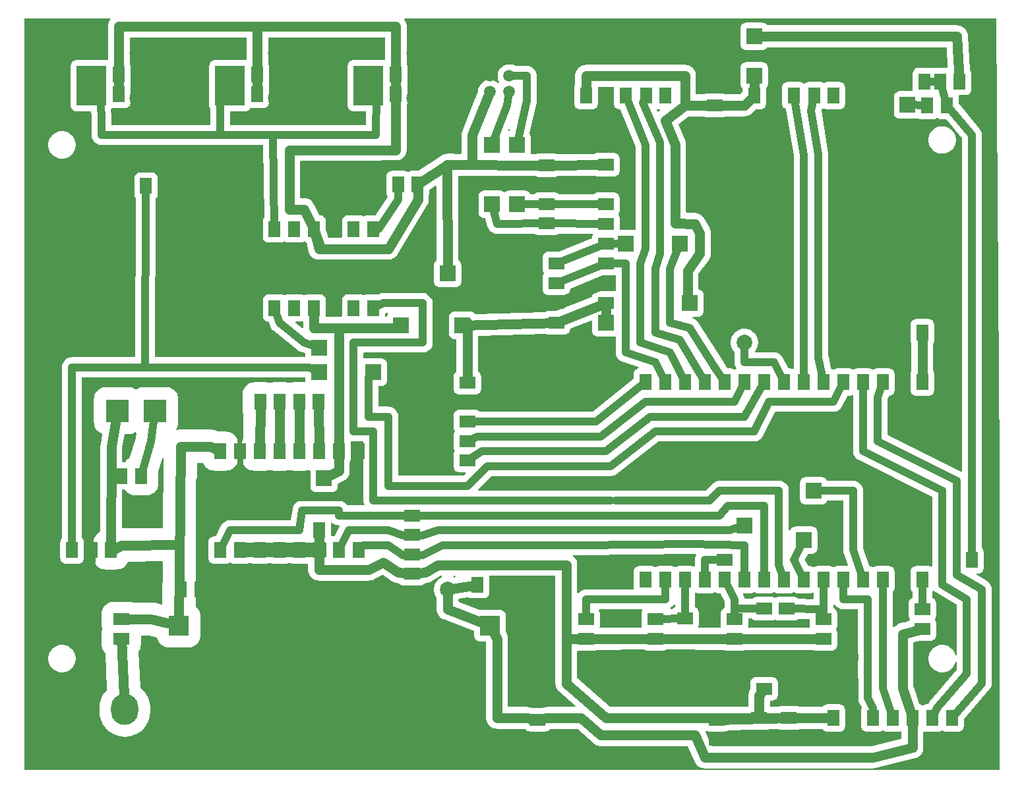
<source format=gbl>
G04 Layer: BottomLayer*
G04 EasyEDA v6.5.47, 2024-11-16 13:31:00*
G04 4b74037932bb4b1ca174142373b6d15f,245894e16db242c49054a459ccc28e09,10*
G04 Gerber Generator version 0.2*
G04 Scale: 100 percent, Rotated: No, Reflected: No *
G04 Dimensions in millimeters *
G04 leading zeros omitted , absolute positions ,4 integer and 5 decimal *
%FSLAX45Y45*%
%MOMM*%

%ADD10C,1.0160*%
%ADD11C,1.2700*%
%ADD12C,0.8000*%
%ADD13R,1.5000X2.0000*%
%ADD14C,3.0000*%
%ADD15R,3.0000X3.0000*%
%ADD16R,2.0000X1.5000*%
%ADD17R,2.0000X2.0000*%
%ADD18C,2.0000*%
%ADD19R,2.0000X1.0000*%
%ADD20R,1.0000X2.0000*%
%ADD21C,1.5000*%
%ADD22C,3.6000*%
%ADD23C,3.2000*%
%ADD24O,3.4999930000000004X3.9999919999999998*%
%ADD25C,3.5000*%
%ADD26R,2.5400X2.5400*%
%ADD27R,0.0129X2.5400*%

%LPD*%
G36*
X1153668Y8319008D02*
G01*
X1149756Y8319770D01*
X1146505Y8322005D01*
X1144270Y8325256D01*
X1143508Y8329168D01*
X1143508Y8445246D01*
X1142847Y8458352D01*
X1137056Y8517026D01*
X1137361Y8520734D01*
X1138986Y8524087D01*
X1142847Y8529269D01*
X1146657Y8535517D01*
X1149146Y8538260D01*
X1152398Y8539937D01*
X1156055Y8540343D01*
X1164386Y8539734D01*
X1313688Y8539734D01*
X1324965Y8540546D01*
X1335633Y8542883D01*
X1345895Y8546693D01*
X1355496Y8551976D01*
X1364234Y8558530D01*
X1372006Y8566251D01*
X1378559Y8574989D01*
X1383792Y8584590D01*
X1387602Y8594852D01*
X1389938Y8605570D01*
X1390751Y8616848D01*
X1390751Y8816086D01*
X1389938Y8827363D01*
X1387297Y8839250D01*
X1387297Y8843670D01*
X1389938Y8855608D01*
X1390751Y8866835D01*
X1390751Y9066123D01*
X1389938Y9077401D01*
X1387602Y9088069D01*
X1383792Y9098330D01*
X1380286Y9104731D01*
X1379372Y9107119D01*
X1379067Y9109608D01*
X1378661Y9438132D01*
X1379423Y9441992D01*
X1381607Y9445294D01*
X1384909Y9447530D01*
X1388821Y9448292D01*
X2866085Y9448292D01*
X2869946Y9447530D01*
X2873248Y9445345D01*
X2875432Y9442043D01*
X2876245Y9438132D01*
X2876550Y9166860D01*
X2875737Y9162846D01*
X2873400Y9159494D01*
X2869895Y9157309D01*
X2865831Y9156700D01*
X2857195Y9157208D01*
X2476703Y9157208D01*
X2470759Y9157004D01*
X2465070Y9156344D01*
X2459431Y9155277D01*
X2453894Y9153804D01*
X2448458Y9151874D01*
X2443226Y9149588D01*
X2438146Y9146946D01*
X2433269Y9143898D01*
X2428697Y9140444D01*
X2424328Y9136735D01*
X2420264Y9132671D01*
X2416556Y9128302D01*
X2413101Y9123730D01*
X2410053Y9118854D01*
X2407412Y9113774D01*
X2405126Y9108541D01*
X2403195Y9103106D01*
X2401722Y9097568D01*
X2400655Y9091930D01*
X2399995Y9086240D01*
X2399792Y9080296D01*
X2399792Y8572703D01*
X2399995Y8566759D01*
X2400655Y8561070D01*
X2401722Y8555431D01*
X2403195Y8549894D01*
X2405126Y8544458D01*
X2407361Y8539276D01*
X2410917Y8532825D01*
X2411831Y8530437D01*
X2412136Y8527846D01*
X2410561Y8329066D01*
X2409748Y8325205D01*
X2407513Y8321954D01*
X2404262Y8319770D01*
X2400401Y8319008D01*
G37*

%LPD*%
G36*
X2675737Y8319008D02*
G01*
X2671826Y8319770D01*
X2668524Y8322005D01*
X2666339Y8325358D01*
X2665577Y8329269D01*
X2666796Y8485733D01*
X2667609Y8489594D01*
X2669844Y8492845D01*
X2673096Y8495030D01*
X2676956Y8495792D01*
X2857296Y8495792D01*
X2863240Y8495995D01*
X2868930Y8496655D01*
X2874568Y8497722D01*
X2880106Y8499195D01*
X2885541Y8501126D01*
X2890774Y8503412D01*
X2895854Y8506053D01*
X2900730Y8509101D01*
X2905302Y8512556D01*
X2909671Y8516264D01*
X2913735Y8520328D01*
X2917444Y8524697D01*
X2920847Y8529218D01*
X2924657Y8535517D01*
X2927146Y8538260D01*
X2930398Y8539937D01*
X2934055Y8540343D01*
X2942386Y8539734D01*
X3091688Y8539734D01*
X3102965Y8540546D01*
X3113633Y8542883D01*
X3123895Y8546693D01*
X3133496Y8551976D01*
X3142234Y8558530D01*
X3150006Y8566251D01*
X3156559Y8574989D01*
X3161792Y8584590D01*
X3165602Y8594852D01*
X3167938Y8605570D01*
X3168751Y8616848D01*
X3168751Y8816086D01*
X3167938Y8827363D01*
X3165297Y8839250D01*
X3165297Y8843670D01*
X3167938Y8855608D01*
X3168751Y8866835D01*
X3168751Y9066123D01*
X3167938Y9077401D01*
X3165602Y9088069D01*
X3161792Y9098330D01*
X3158286Y9104731D01*
X3157372Y9107119D01*
X3157067Y9109608D01*
X3156661Y9438132D01*
X3157423Y9441992D01*
X3159607Y9445294D01*
X3162909Y9447530D01*
X3166821Y9448292D01*
X4644085Y9448292D01*
X4647946Y9447530D01*
X4651248Y9445345D01*
X4653432Y9442043D01*
X4654245Y9438132D01*
X4654550Y9166860D01*
X4653737Y9162846D01*
X4651400Y9159494D01*
X4647895Y9157309D01*
X4643831Y9156700D01*
X4635195Y9157208D01*
X4254703Y9157208D01*
X4248759Y9157004D01*
X4243070Y9156344D01*
X4237431Y9155277D01*
X4231894Y9153804D01*
X4226458Y9151874D01*
X4221226Y9149588D01*
X4216146Y9146946D01*
X4211269Y9143898D01*
X4206697Y9140444D01*
X4202328Y9136735D01*
X4198264Y9132671D01*
X4194556Y9128302D01*
X4191101Y9123730D01*
X4188053Y9118854D01*
X4185412Y9113774D01*
X4183126Y9108541D01*
X4181195Y9103106D01*
X4179722Y9097568D01*
X4178655Y9091930D01*
X4177995Y9086240D01*
X4177792Y9080296D01*
X4177792Y8572703D01*
X4177995Y8566759D01*
X4178655Y8561070D01*
X4179722Y8555431D01*
X4181195Y8549894D01*
X4183126Y8544458D01*
X4185412Y8539226D01*
X4188053Y8534146D01*
X4191101Y8529269D01*
X4194556Y8524697D01*
X4198264Y8520328D01*
X4202328Y8516264D01*
X4206697Y8512556D01*
X4211269Y8509101D01*
X4216146Y8506053D01*
X4221226Y8503412D01*
X4226458Y8501126D01*
X4231894Y8499195D01*
X4237431Y8497722D01*
X4243070Y8496655D01*
X4248759Y8495995D01*
X4254703Y8495792D01*
X4405274Y8495792D01*
X4409135Y8495030D01*
X4412488Y8492794D01*
X4414672Y8489442D01*
X4415434Y8485530D01*
X4414012Y8329066D01*
X4413199Y8325205D01*
X4410964Y8321954D01*
X4407712Y8319770D01*
X4403852Y8319008D01*
G37*

%LPD*%
G36*
X6250279Y8241182D02*
G01*
X6246266Y8241690D01*
X6242812Y8243722D01*
X6240373Y8246973D01*
X6239408Y8250885D01*
X6240068Y8254847D01*
X6242304Y8260791D01*
X6244640Y8264448D01*
X6248298Y8266734D01*
X6252565Y8267344D01*
X6256680Y8266125D01*
X6259982Y8263280D01*
X6261760Y8259368D01*
X6261709Y8255000D01*
X6260439Y8249158D01*
X6258610Y8245246D01*
X6255359Y8242452D01*
G37*

%LPD*%
G36*
X36068Y25908D02*
G01*
X32156Y26670D01*
X28905Y28905D01*
X26670Y32156D01*
X25908Y36068D01*
X25908Y9679432D01*
X26670Y9683343D01*
X28905Y9686594D01*
X32156Y9688830D01*
X36068Y9689592D01*
X1118666Y9689592D01*
X1122984Y9688626D01*
X1126490Y9685934D01*
X1128522Y9682022D01*
X1128674Y9677603D01*
X1126947Y9673539D01*
X1119530Y9663074D01*
X1111961Y9649307D01*
X1105916Y9634778D01*
X1101598Y9619691D01*
X1098956Y9604197D01*
X1098042Y9588042D01*
X1098550Y9166860D01*
X1097737Y9162846D01*
X1095400Y9159494D01*
X1091895Y9157309D01*
X1087831Y9156700D01*
X1079195Y9157208D01*
X698703Y9157208D01*
X692759Y9157004D01*
X687070Y9156344D01*
X681431Y9155277D01*
X675894Y9153804D01*
X670458Y9151874D01*
X665226Y9149588D01*
X660146Y9146946D01*
X655269Y9143898D01*
X650697Y9140444D01*
X646328Y9136735D01*
X642264Y9132671D01*
X638556Y9128302D01*
X635101Y9123730D01*
X632053Y9118854D01*
X629412Y9113774D01*
X627126Y9108541D01*
X625195Y9103106D01*
X623722Y9097568D01*
X622655Y9091930D01*
X621995Y9086240D01*
X621792Y9080296D01*
X621792Y8572703D01*
X621995Y8566759D01*
X622655Y8561070D01*
X623722Y8555431D01*
X625195Y8549894D01*
X627126Y8544458D01*
X629412Y8539226D01*
X632053Y8534146D01*
X635101Y8529269D01*
X638556Y8524697D01*
X642264Y8520328D01*
X646328Y8516264D01*
X650697Y8512556D01*
X655269Y8509101D01*
X660146Y8506053D01*
X665226Y8503412D01*
X670458Y8501126D01*
X675894Y8499195D01*
X681431Y8497722D01*
X687070Y8496655D01*
X692759Y8495995D01*
X698703Y8495792D01*
X873658Y8495792D01*
X877316Y8495131D01*
X880465Y8493150D01*
X882751Y8490204D01*
X883767Y8486648D01*
X888492Y8438692D01*
X888492Y8191804D01*
X889457Y8176107D01*
X892200Y8160969D01*
X896772Y8146288D01*
X903122Y8132267D01*
X911098Y8119059D01*
X920597Y8106968D01*
X931468Y8096097D01*
X943559Y8086598D01*
X956767Y8078622D01*
X970787Y8072272D01*
X985469Y8067700D01*
X1000607Y8064957D01*
X1016304Y8063992D01*
X3082899Y8063992D01*
X3086709Y8063230D01*
X3090011Y8061096D01*
X3092196Y8057845D01*
X3093059Y8053984D01*
X3108350Y7142378D01*
X3107842Y7139076D01*
X3106267Y7136079D01*
X3099003Y7126427D01*
X3093770Y7116876D01*
X3089910Y7106615D01*
X3087624Y7095896D01*
X3086811Y7084618D01*
X3086811Y6885381D01*
X3087624Y6874103D01*
X3089910Y6863384D01*
X3093770Y6853123D01*
X3099003Y6843522D01*
X3105556Y6834784D01*
X3113278Y6827062D01*
X3122066Y6820509D01*
X3131667Y6815226D01*
X3141878Y6811416D01*
X3152597Y6809079D01*
X3163874Y6808266D01*
X3313125Y6808266D01*
X3324402Y6809079D01*
X3335121Y6811416D01*
X3345332Y6815226D01*
X3354933Y6820509D01*
X3359404Y6823811D01*
X3363315Y6825640D01*
X3367684Y6825640D01*
X3371596Y6823811D01*
X3376066Y6820509D01*
X3385667Y6815226D01*
X3395878Y6811416D01*
X3406597Y6809079D01*
X3417874Y6808266D01*
X3567125Y6808266D01*
X3578402Y6809079D01*
X3589121Y6811416D01*
X3599332Y6815226D01*
X3608933Y6820509D01*
X3613404Y6823811D01*
X3617315Y6825640D01*
X3621684Y6825640D01*
X3625596Y6823811D01*
X3630066Y6820509D01*
X3642715Y6813550D01*
X3644900Y6811111D01*
X3646220Y6808114D01*
X3673906Y6697218D01*
X3678580Y6682130D01*
X3684879Y6667753D01*
X3692753Y6654139D01*
X3700475Y6643420D01*
X3712768Y6629958D01*
X3724706Y6619697D01*
X3737711Y6610858D01*
X3751630Y6603542D01*
X3766261Y6597802D01*
X3778961Y6594246D01*
X3794506Y6591655D01*
X3810254Y6590792D01*
X4701692Y6590842D01*
X4717389Y6592011D01*
X4730394Y6594348D01*
X4745482Y6598716D01*
X4760010Y6604762D01*
X4773726Y6612381D01*
X4786579Y6621475D01*
X4800041Y6633768D01*
X4810302Y6645706D01*
X4817821Y6656578D01*
X5200091Y7293609D01*
X5207558Y7307783D01*
X5213248Y7322413D01*
X5217312Y7337602D01*
X5219598Y7353198D01*
X5220157Y7369149D01*
X5219090Y7418831D01*
X5219395Y7421422D01*
X5220766Y7424623D01*
X5224576Y7434884D01*
X5226913Y7445603D01*
X5227726Y7456881D01*
X5227726Y7483195D01*
X5228285Y7486497D01*
X5229860Y7489393D01*
X5232298Y7491679D01*
X5298948Y7535672D01*
X5303012Y7537196D01*
X5307330Y7536942D01*
X5311140Y7534909D01*
X5313781Y7531455D01*
X5314696Y7527239D01*
X5319877Y6583375D01*
X5319369Y6580276D01*
X5317998Y6577431D01*
X5315813Y6575196D01*
X5310784Y6571437D01*
X5303062Y6563715D01*
X5296509Y6554978D01*
X5291226Y6545376D01*
X5287416Y6535115D01*
X5285079Y6524396D01*
X5284317Y6513118D01*
X5284317Y6313881D01*
X5285079Y6302603D01*
X5287416Y6291884D01*
X5291226Y6281623D01*
X5296509Y6272022D01*
X5303062Y6263284D01*
X5310784Y6255562D01*
X5319522Y6249009D01*
X5329123Y6243726D01*
X5339384Y6239916D01*
X5350103Y6237579D01*
X5361381Y6236766D01*
X5560618Y6236766D01*
X5571896Y6237579D01*
X5582615Y6239916D01*
X5592876Y6243726D01*
X5602478Y6249009D01*
X5611215Y6255562D01*
X5618937Y6263284D01*
X5625490Y6272022D01*
X5630773Y6281623D01*
X5634583Y6291884D01*
X5636920Y6302603D01*
X5637733Y6313881D01*
X5637733Y6513118D01*
X5636920Y6524396D01*
X5634583Y6535115D01*
X5630773Y6545376D01*
X5625490Y6554978D01*
X5618937Y6563715D01*
X5611215Y6571437D01*
X5604357Y6576618D01*
X5602173Y6578803D01*
X5600750Y6581597D01*
X5600293Y6584696D01*
X5594400Y7659370D01*
X5595162Y7663281D01*
X5597398Y7666634D01*
X5600700Y7668818D01*
X5604611Y7669580D01*
X6587185Y7664907D01*
X6589674Y7664551D01*
X6592011Y7663637D01*
X6599123Y7659776D01*
X6609384Y7655915D01*
X6620103Y7653578D01*
X6631381Y7652816D01*
X6830618Y7652816D01*
X6841896Y7653578D01*
X6852615Y7655915D01*
X6862876Y7659776D01*
X6870953Y7664196D01*
X6873290Y7665110D01*
X6875780Y7665415D01*
X7352182Y7669174D01*
X7354722Y7668869D01*
X7357160Y7667955D01*
X7361123Y7665770D01*
X7371384Y7661909D01*
X7382103Y7659573D01*
X7393381Y7658811D01*
X7592618Y7658811D01*
X7603896Y7659573D01*
X7614615Y7661909D01*
X7624876Y7665770D01*
X7634478Y7671003D01*
X7643215Y7677556D01*
X7650937Y7685278D01*
X7657490Y7694066D01*
X7662773Y7703667D01*
X7666583Y7713878D01*
X7668920Y7724597D01*
X7669733Y7735874D01*
X7669733Y7885125D01*
X7668920Y7896402D01*
X7666583Y7907121D01*
X7662773Y7917332D01*
X7657490Y7926933D01*
X7650937Y7935722D01*
X7643215Y7943443D01*
X7634478Y7949996D01*
X7624876Y7955229D01*
X7614615Y7959090D01*
X7603896Y7961375D01*
X7592618Y7962188D01*
X7393381Y7962188D01*
X7382103Y7961375D01*
X7371384Y7959090D01*
X7361123Y7955229D01*
X7352995Y7950809D01*
X7350709Y7949895D01*
X7348220Y7949590D01*
X6871817Y7945831D01*
X6869277Y7946136D01*
X6866890Y7947050D01*
X6862876Y7949234D01*
X6852615Y7953095D01*
X6841896Y7955381D01*
X6830618Y7956194D01*
X6631381Y7956194D01*
X6620103Y7955381D01*
X6609384Y7953095D01*
X6599123Y7949234D01*
X6594144Y7946542D01*
X6591757Y7945628D01*
X6589268Y7945272D01*
X6536181Y7945526D01*
X6532168Y7946390D01*
X6528765Y7948828D01*
X6526631Y7952333D01*
X6526123Y7956448D01*
X6526733Y7964881D01*
X6526733Y8164118D01*
X6525920Y8175396D01*
X6523583Y8186115D01*
X6519773Y8196376D01*
X6514592Y8205825D01*
X6513474Y8209229D01*
X6513576Y8212886D01*
X6601409Y8608110D01*
X6603898Y8623350D01*
X6604508Y8636254D01*
X6604508Y8955379D01*
X6603288Y8971026D01*
X6600240Y8986113D01*
X6595414Y9000744D01*
X6588861Y9014663D01*
X6580682Y9027718D01*
X6570980Y9039656D01*
X6559905Y9050324D01*
X6547612Y9059621D01*
X6534302Y9067393D01*
X6520180Y9073438D01*
X6505397Y9077807D01*
X6490208Y9080296D01*
X6474510Y9081008D01*
X6335572Y9078620D01*
X6332626Y9079026D01*
X6313678Y9088678D01*
X6298031Y9094520D01*
X6281826Y9098635D01*
X6265265Y9100921D01*
X6248552Y9101378D01*
X6231890Y9100007D01*
X6215481Y9096806D01*
X6199530Y9091777D01*
X6184239Y9085072D01*
X6169761Y9076740D01*
X6156299Y9066834D01*
X6144006Y9055506D01*
X6133033Y9042908D01*
X6123533Y9029192D01*
X6115558Y9014460D01*
X6109258Y8999016D01*
X6104737Y8982913D01*
X6101994Y8966403D01*
X6101029Y8949740D01*
X6101994Y8933078D01*
X6104737Y8916568D01*
X6109258Y8900464D01*
X6115558Y8885021D01*
X6122162Y8872829D01*
X6123330Y8868867D01*
X6122873Y8864752D01*
X6120790Y8861196D01*
X6117437Y8858707D01*
X6113424Y8857792D01*
X6109360Y8858554D01*
X6105499Y8861348D01*
X6092596Y8871966D01*
X6078626Y8881110D01*
X6063691Y8888679D01*
X6048044Y8894521D01*
X6031839Y8898636D01*
X6015278Y8900922D01*
X5998565Y8901379D01*
X5981903Y8900007D01*
X5965494Y8896807D01*
X5949543Y8891778D01*
X5934252Y8885072D01*
X5919774Y8876741D01*
X5906312Y8866835D01*
X5894019Y8855506D01*
X5883046Y8842908D01*
X5873546Y8829192D01*
X5865571Y8814460D01*
X5859272Y8799017D01*
X5854750Y8782913D01*
X5852007Y8766403D01*
X5851093Y8750046D01*
X5850382Y8746794D01*
X5775299Y8561070D01*
X5646166Y8237880D01*
X5643321Y8228584D01*
X5641848Y8222742D01*
X5639968Y8213242D01*
X5639206Y8207248D01*
X5638444Y8197596D01*
X5638292Y8191398D01*
X5638292Y7960055D01*
X5637530Y7956143D01*
X5635294Y7952841D01*
X5631992Y7950657D01*
X5628081Y7949895D01*
X5458053Y7950657D01*
X5445810Y7949895D01*
X5430316Y7947304D01*
X5426913Y7946491D01*
X5415076Y7942986D01*
X5406542Y7940090D01*
X5391861Y7933944D01*
X5378145Y7926273D01*
X5365394Y7917078D01*
X5357774Y7910372D01*
X5091734Y7734909D01*
X5089042Y7733639D01*
X5086146Y7733182D01*
X5001361Y7733182D01*
X4990084Y7732420D01*
X4979416Y7730083D01*
X4969154Y7726273D01*
X4959553Y7720990D01*
X4957114Y7719161D01*
X4953152Y7717383D01*
X4948834Y7717383D01*
X4944922Y7719161D01*
X4942433Y7720990D01*
X4932832Y7726273D01*
X4922621Y7730083D01*
X4911902Y7732420D01*
X4900625Y7733182D01*
X4751374Y7733182D01*
X4740097Y7732420D01*
X4729378Y7730083D01*
X4719167Y7726273D01*
X4709566Y7720990D01*
X4700778Y7714437D01*
X4693056Y7706715D01*
X4686503Y7697978D01*
X4681270Y7688376D01*
X4677410Y7678115D01*
X4675124Y7667396D01*
X4674311Y7656118D01*
X4674311Y7456881D01*
X4675124Y7445603D01*
X4677410Y7434884D01*
X4681270Y7424623D01*
X4686503Y7415022D01*
X4692192Y7407402D01*
X4693970Y7403642D01*
X4694072Y7399528D01*
X4692548Y7395667D01*
X4539589Y7166254D01*
X4537303Y7163816D01*
X4534408Y7162241D01*
X4531106Y7161682D01*
X4433874Y7161682D01*
X4422597Y7160920D01*
X4411878Y7158583D01*
X4401667Y7154773D01*
X4392066Y7149490D01*
X4387596Y7146188D01*
X4383684Y7144359D01*
X4379315Y7144359D01*
X4375404Y7146188D01*
X4370933Y7149490D01*
X4361332Y7154773D01*
X4351121Y7158583D01*
X4340402Y7160920D01*
X4329125Y7161682D01*
X4179874Y7161682D01*
X4168597Y7160920D01*
X4157878Y7158583D01*
X4147667Y7154773D01*
X4138066Y7149490D01*
X4129278Y7142937D01*
X4121556Y7135215D01*
X4115003Y7126478D01*
X4109770Y7116876D01*
X4105910Y7106615D01*
X4103624Y7095896D01*
X4102811Y7084618D01*
X4102811Y6885381D01*
X4103014Y6882079D01*
X4102455Y6877964D01*
X4100322Y6874459D01*
X4096969Y6872071D01*
X4092905Y6871208D01*
X3939540Y6871208D01*
X3935425Y6872071D01*
X3932021Y6874509D01*
X3929887Y6878167D01*
X3898747Y6971690D01*
X3898188Y6974890D01*
X3898188Y7084618D01*
X3897426Y7095896D01*
X3895090Y7106615D01*
X3891229Y7116876D01*
X3885996Y7126478D01*
X3879443Y7135215D01*
X3871722Y7142937D01*
X3862933Y7149490D01*
X3853332Y7154773D01*
X3843121Y7158583D01*
X3832402Y7160920D01*
X3820464Y7161733D01*
X3817061Y7162596D01*
X3814165Y7164527D01*
X3812082Y7167321D01*
X3745026Y7301433D01*
X3737101Y7315352D01*
X3727805Y7328001D01*
X3717137Y7339584D01*
X3705250Y7349896D01*
X3692296Y7358786D01*
X3678428Y7366203D01*
X3663848Y7371994D01*
X3648659Y7376109D01*
X3633114Y7378547D01*
X3619246Y7379208D01*
X3579368Y7379208D01*
X3575456Y7379970D01*
X3572205Y7382205D01*
X3569970Y7385456D01*
X3569208Y7389368D01*
X3569208Y7850631D01*
X3569970Y7854543D01*
X3572205Y7857794D01*
X3575456Y7860030D01*
X3579368Y7860792D01*
X4793945Y7860792D01*
X4809794Y7861655D01*
X4825288Y7864297D01*
X4840427Y7868615D01*
X4854956Y7874609D01*
X4868722Y7882229D01*
X4881524Y7891322D01*
X4893259Y7901787D01*
X4903774Y7913471D01*
X4912868Y7926273D01*
X4920488Y7940040D01*
X4926533Y7954568D01*
X4930902Y7969656D01*
X4933543Y7985150D01*
X4934458Y8001152D01*
X4935067Y8573363D01*
X4935372Y8575903D01*
X4936286Y8578240D01*
X4939792Y8584590D01*
X4943602Y8594852D01*
X4945938Y8605570D01*
X4946751Y8616848D01*
X4946751Y8816086D01*
X4945938Y8827363D01*
X4943297Y8839250D01*
X4943297Y8843670D01*
X4945938Y8855608D01*
X4946751Y8866835D01*
X4946751Y9066123D01*
X4945938Y9077401D01*
X4943602Y9088069D01*
X4939792Y9098330D01*
X4936286Y9104731D01*
X4935372Y9107119D01*
X4935067Y9109608D01*
X4934458Y9588398D01*
X4933543Y9604197D01*
X4930902Y9619691D01*
X4926584Y9634778D01*
X4920538Y9649307D01*
X4912969Y9663074D01*
X4905552Y9673539D01*
X4903825Y9677603D01*
X4903978Y9682022D01*
X4906010Y9685934D01*
X4909515Y9688626D01*
X4913833Y9689592D01*
X12499594Y9689592D01*
X12503454Y9688830D01*
X12506756Y9686645D01*
X12508941Y9683343D01*
X12509754Y9679482D01*
X12547092Y3963873D01*
X12547092Y36068D01*
X12546330Y32156D01*
X12544094Y28905D01*
X12540843Y26670D01*
X12536932Y25908D01*
G37*

%LPC*%
G36*
X8763101Y50292D02*
G01*
X10924692Y50342D01*
X10940389Y51511D01*
X10953394Y53848D01*
X11463782Y181406D01*
X11478869Y186080D01*
X11493246Y192379D01*
X11506860Y200253D01*
X11517579Y207975D01*
X11531041Y220268D01*
X11541302Y232206D01*
X11550142Y245211D01*
X11557457Y259130D01*
X11563197Y273761D01*
X11566753Y286461D01*
X11569344Y302006D01*
X11570208Y317754D01*
X11570208Y516686D01*
X11570970Y520547D01*
X11573103Y523798D01*
X11576304Y525983D01*
X11580063Y526846D01*
X11583924Y526237D01*
X11587378Y524916D01*
X11598097Y522579D01*
X11609374Y521766D01*
X11758625Y521766D01*
X11769902Y522579D01*
X11780621Y524916D01*
X11790832Y528726D01*
X11800433Y534009D01*
X11804904Y537311D01*
X11808815Y539140D01*
X11813184Y539140D01*
X11817096Y537311D01*
X11821566Y534009D01*
X11831167Y528726D01*
X11841378Y524916D01*
X11852097Y522579D01*
X11863374Y521766D01*
X12012625Y521766D01*
X12023902Y522579D01*
X12034621Y524916D01*
X12044832Y528726D01*
X12054433Y534009D01*
X12063222Y540562D01*
X12070943Y548284D01*
X12077496Y557022D01*
X12082729Y566623D01*
X12086590Y576884D01*
X12088926Y587603D01*
X12089688Y598881D01*
X12089688Y675792D01*
X12090349Y679348D01*
X12092178Y682396D01*
X12415621Y1059789D01*
X12425070Y1072286D01*
X12432842Y1085596D01*
X12438938Y1099769D01*
X12443256Y1114501D01*
X12445796Y1129741D01*
X12446508Y1143254D01*
X12446508Y2349347D01*
X12446254Y2357628D01*
X12445593Y2364841D01*
X12444323Y2372918D01*
X12442799Y2379980D01*
X12440615Y2387854D01*
X12438227Y2394712D01*
X12435078Y2402230D01*
X12431928Y2408732D01*
X12427864Y2415844D01*
X12423952Y2421940D01*
X12419076Y2428494D01*
X12414453Y2434031D01*
X12408865Y2439974D01*
X12403582Y2444902D01*
X12397282Y2450134D01*
X12391440Y2454402D01*
X12384481Y2458923D01*
X12257786Y2534920D01*
X12254636Y2537917D01*
X12253010Y2541981D01*
X12253214Y2546350D01*
X12255296Y2550210D01*
X12258751Y2552852D01*
X12263018Y2553766D01*
X12266625Y2553766D01*
X12277902Y2554579D01*
X12288621Y2556916D01*
X12298832Y2560726D01*
X12308433Y2566009D01*
X12317222Y2572562D01*
X12324943Y2580284D01*
X12331496Y2589022D01*
X12336729Y2598623D01*
X12340590Y2608884D01*
X12342926Y2619603D01*
X12343688Y2630881D01*
X12343688Y2830118D01*
X12342926Y2841396D01*
X12340590Y2852115D01*
X12336729Y2862376D01*
X12331496Y2871978D01*
X12324943Y2880715D01*
X12322505Y2883204D01*
X12320270Y2886456D01*
X12319508Y2890367D01*
X12319508Y8191246D01*
X12318949Y8203184D01*
X12318593Y8206740D01*
X12316612Y8218424D01*
X12315850Y8221878D01*
X12312497Y8233257D01*
X12311278Y8236559D01*
X12306554Y8247430D01*
X12304979Y8250631D01*
X12298984Y8260842D01*
X12297003Y8263788D01*
X12289790Y8273288D01*
X12028576Y8586774D01*
X12026798Y8589822D01*
X12026188Y8593328D01*
X12026188Y8672118D01*
X12025426Y8683396D01*
X12023445Y8692388D01*
X12023496Y8696909D01*
X12025477Y8700922D01*
X12028982Y8703716D01*
X12033351Y8704732D01*
X12108637Y8704732D01*
X12119914Y8705545D01*
X12130633Y8707882D01*
X12140844Y8711692D01*
X12150445Y8716924D01*
X12159234Y8723477D01*
X12166955Y8731199D01*
X12173508Y8739987D01*
X12178741Y8749588D01*
X12182602Y8759850D01*
X12184938Y8770518D01*
X12185700Y8781796D01*
X12185700Y8981084D01*
X12184938Y8992362D01*
X12182602Y9003030D01*
X12178741Y9013291D01*
X12173508Y9022892D01*
X12167768Y9030563D01*
X12166346Y9033154D01*
X12165787Y9036100D01*
X12141504Y9469221D01*
X12140844Y9477197D01*
X12139726Y9484969D01*
X12138202Y9492691D01*
X12136221Y9500311D01*
X12133834Y9507829D01*
X12131040Y9515144D01*
X12127839Y9522307D01*
X12124232Y9529318D01*
X12120219Y9536074D01*
X12115850Y9542627D01*
X12111126Y9548926D01*
X12106046Y9554921D01*
X12100661Y9560661D01*
X12094921Y9566046D01*
X12088926Y9571126D01*
X12082627Y9575850D01*
X12076074Y9580219D01*
X12069318Y9584182D01*
X12062307Y9587839D01*
X12055144Y9591040D01*
X12047829Y9593834D01*
X12040311Y9596221D01*
X12032691Y9598202D01*
X12025020Y9599726D01*
X12017197Y9600844D01*
X12009374Y9601504D01*
X12001347Y9601708D01*
X9568535Y9601708D01*
X9565436Y9602165D01*
X9562642Y9603587D01*
X9560407Y9605772D01*
X9555937Y9611715D01*
X9548215Y9619437D01*
X9539478Y9625990D01*
X9529876Y9631273D01*
X9519615Y9635083D01*
X9508896Y9637420D01*
X9497618Y9638182D01*
X9298381Y9638182D01*
X9287103Y9637420D01*
X9276384Y9635083D01*
X9266123Y9631273D01*
X9256522Y9625990D01*
X9247784Y9619437D01*
X9240062Y9611715D01*
X9233509Y9602978D01*
X9228226Y9593376D01*
X9224416Y9583115D01*
X9222079Y9572396D01*
X9221317Y9561118D01*
X9221317Y9361881D01*
X9222079Y9350603D01*
X9224416Y9339884D01*
X9228226Y9329623D01*
X9233509Y9320022D01*
X9240062Y9311284D01*
X9247784Y9303562D01*
X9256522Y9297009D01*
X9266123Y9291726D01*
X9276384Y9287916D01*
X9287103Y9285579D01*
X9298381Y9284766D01*
X9497618Y9284766D01*
X9508896Y9285579D01*
X9519615Y9287916D01*
X9529876Y9291726D01*
X9539478Y9297009D01*
X9548215Y9303562D01*
X9555937Y9311284D01*
X9560407Y9317228D01*
X9562642Y9319412D01*
X9565436Y9320834D01*
X9568535Y9321292D01*
X11859310Y9321292D01*
X11863070Y9320580D01*
X11866321Y9318498D01*
X11868556Y9315399D01*
X11869470Y9311690D01*
X11883136Y9067647D01*
X11882678Y9063939D01*
X11880900Y9060688D01*
X11878056Y9058249D01*
X11874550Y9057030D01*
X11858650Y9058148D01*
X11709349Y9058148D01*
X11698122Y9057335D01*
X11686235Y9054693D01*
X11681764Y9054693D01*
X11669877Y9057335D01*
X11658650Y9058148D01*
X11509349Y9058148D01*
X11498072Y9057335D01*
X11487404Y9054998D01*
X11477142Y9051188D01*
X11467541Y9045956D01*
X11458803Y9039402D01*
X11451031Y9031681D01*
X11444478Y9022892D01*
X11439245Y9013291D01*
X11435435Y9003030D01*
X11433098Y8992362D01*
X11432286Y8981084D01*
X11432286Y8781796D01*
X11433098Y8770518D01*
X11433556Y8768537D01*
X11433505Y8764066D01*
X11431524Y8760002D01*
X11427968Y8757208D01*
X11423599Y8756192D01*
X11266881Y8756192D01*
X11255603Y8755430D01*
X11244884Y8753094D01*
X11234623Y8749284D01*
X11225022Y8744000D01*
X11216284Y8737447D01*
X11208562Y8729726D01*
X11202009Y8720988D01*
X11196726Y8711387D01*
X11192916Y8701125D01*
X11190579Y8690406D01*
X11189817Y8679129D01*
X11189817Y8479891D01*
X11190579Y8468614D01*
X11192916Y8457895D01*
X11196726Y8447633D01*
X11202009Y8438032D01*
X11208562Y8429294D01*
X11216284Y8421573D01*
X11225022Y8415020D01*
X11234623Y8409736D01*
X11244884Y8405926D01*
X11255603Y8403590D01*
X11266881Y8402777D01*
X11466118Y8402777D01*
X11477396Y8403590D01*
X11488115Y8405926D01*
X11495481Y8408670D01*
X11499748Y8409279D01*
X11503863Y8408060D01*
X11513667Y8402726D01*
X11523878Y8398916D01*
X11534597Y8396579D01*
X11545874Y8395766D01*
X11695125Y8395766D01*
X11706402Y8396579D01*
X11717121Y8398916D01*
X11727332Y8402726D01*
X11736933Y8408009D01*
X11741404Y8411311D01*
X11745315Y8413140D01*
X11749684Y8413140D01*
X11753596Y8411311D01*
X11758066Y8408009D01*
X11767667Y8402726D01*
X11777878Y8398916D01*
X11788597Y8396579D01*
X11799874Y8395766D01*
X11851030Y8395766D01*
X11855348Y8394852D01*
X11858802Y8392160D01*
X12062155Y8148167D01*
X12063882Y8145119D01*
X12064492Y8141665D01*
X12064492Y3874008D01*
X12063679Y3869994D01*
X12061291Y3866591D01*
X12057837Y3864457D01*
X12053773Y3863848D01*
X12049810Y3864914D01*
X11118646Y4330496D01*
X11115649Y4332732D01*
X11113668Y4335932D01*
X11113008Y4339590D01*
X11113008Y4803648D01*
X11113516Y4806848D01*
X11122355Y4833416D01*
X11124336Y4836871D01*
X11127486Y4839309D01*
X11131296Y4840325D01*
X11134902Y4840579D01*
X11145621Y4842916D01*
X11155832Y4846726D01*
X11165433Y4852009D01*
X11174222Y4858562D01*
X11181943Y4866284D01*
X11188496Y4875022D01*
X11193729Y4884623D01*
X11197590Y4894884D01*
X11199926Y4905603D01*
X11200688Y4916881D01*
X11200688Y5116118D01*
X11199926Y5127396D01*
X11197590Y5138115D01*
X11193729Y5148376D01*
X11188496Y5157978D01*
X11181943Y5166715D01*
X11174222Y5174437D01*
X11165433Y5180990D01*
X11155832Y5186273D01*
X11145621Y5190083D01*
X11134902Y5192420D01*
X11123625Y5193182D01*
X10974374Y5193182D01*
X10963097Y5192420D01*
X10952378Y5190083D01*
X10942167Y5186273D01*
X10932566Y5180990D01*
X10928096Y5177688D01*
X10924184Y5175859D01*
X10919815Y5175859D01*
X10915904Y5177688D01*
X10911433Y5180990D01*
X10901832Y5186273D01*
X10891621Y5190083D01*
X10880902Y5192420D01*
X10869625Y5193182D01*
X10720374Y5193182D01*
X10709097Y5192420D01*
X10698378Y5190083D01*
X10688167Y5186273D01*
X10678566Y5180990D01*
X10674096Y5177688D01*
X10670184Y5175859D01*
X10665815Y5175859D01*
X10661904Y5177688D01*
X10657433Y5180990D01*
X10647832Y5186273D01*
X10637621Y5190083D01*
X10626902Y5192420D01*
X10615625Y5193182D01*
X10466374Y5193182D01*
X10455097Y5192420D01*
X10444378Y5190083D01*
X10434167Y5186273D01*
X10424566Y5180990D01*
X10420096Y5177688D01*
X10416184Y5175859D01*
X10411815Y5175859D01*
X10407904Y5177688D01*
X10403433Y5180990D01*
X10393832Y5186273D01*
X10387533Y5188610D01*
X10384536Y5190337D01*
X10382351Y5192928D01*
X10381081Y5196128D01*
X10351211Y5345633D01*
X10351008Y5347614D01*
X10350906Y7943088D01*
X10350042Y7952943D01*
X10258552Y8502853D01*
X10258653Y8506815D01*
X10261346Y8518245D01*
X10262870Y8521750D01*
X10265562Y8524392D01*
X10279532Y8529726D01*
X10288473Y8534603D01*
X10291673Y8535720D01*
X10295026Y8535720D01*
X10298226Y8534603D01*
X10307167Y8529726D01*
X10317378Y8525916D01*
X10328097Y8523579D01*
X10339374Y8522766D01*
X10488625Y8522766D01*
X10499902Y8523579D01*
X10510621Y8525916D01*
X10520832Y8529726D01*
X10530433Y8535009D01*
X10539222Y8541562D01*
X10546943Y8549284D01*
X10553496Y8558022D01*
X10558729Y8567623D01*
X10562590Y8577884D01*
X10564926Y8588603D01*
X10565688Y8599881D01*
X10565688Y8799118D01*
X10564926Y8810396D01*
X10562590Y8821115D01*
X10558729Y8831376D01*
X10553496Y8840978D01*
X10546943Y8849715D01*
X10539222Y8857437D01*
X10530433Y8863990D01*
X10520832Y8869273D01*
X10510621Y8873083D01*
X10499902Y8875420D01*
X10488625Y8876182D01*
X10339374Y8876182D01*
X10328097Y8875420D01*
X10317378Y8873083D01*
X10307167Y8869273D01*
X10298226Y8864396D01*
X10295026Y8863279D01*
X10291673Y8863279D01*
X10288473Y8864396D01*
X10279532Y8869273D01*
X10269321Y8873083D01*
X10258602Y8875420D01*
X10247325Y8876182D01*
X10098074Y8876182D01*
X10086797Y8875420D01*
X10076078Y8873083D01*
X10065867Y8869273D01*
X10056266Y8863990D01*
X10043261Y8854287D01*
X10039350Y8853525D01*
X10035438Y8854287D01*
X10022433Y8863990D01*
X10012832Y8869273D01*
X10002621Y8873083D01*
X9991902Y8875420D01*
X9980625Y8876182D01*
X9831374Y8876182D01*
X9820097Y8875420D01*
X9809378Y8873083D01*
X9799167Y8869273D01*
X9789566Y8863990D01*
X9780778Y8857437D01*
X9773056Y8849715D01*
X9766503Y8840978D01*
X9761270Y8831376D01*
X9757410Y8821115D01*
X9755124Y8810396D01*
X9754311Y8799118D01*
X9754311Y8599881D01*
X9755124Y8588603D01*
X9757410Y8577884D01*
X9761270Y8567623D01*
X9766503Y8558022D01*
X9773056Y8549284D01*
X9780778Y8541562D01*
X9789566Y8535009D01*
X9802977Y8527694D01*
X9805212Y8524951D01*
X9806381Y8521598D01*
X9905492Y7926120D01*
X9905492Y5192674D01*
X9904628Y5188559D01*
X9902190Y5185156D01*
X9898634Y5183022D01*
X9894468Y5182514D01*
X9890455Y5183733D01*
X9885832Y5186273D01*
X9875621Y5190083D01*
X9864902Y5192420D01*
X9853625Y5193182D01*
X9839502Y5193182D01*
X9835794Y5193893D01*
X9832644Y5195874D01*
X9830409Y5198821D01*
X9764979Y5329580D01*
X9757054Y5342737D01*
X9747554Y5354878D01*
X9736683Y5365800D01*
X9726320Y5374132D01*
X9711436Y5383326D01*
X9697415Y5389626D01*
X9682734Y5394248D01*
X9667595Y5397042D01*
X9654286Y5398008D01*
X9416948Y5398008D01*
X9412528Y5399024D01*
X9408972Y5401818D01*
X9407042Y5405882D01*
X9406991Y5410403D01*
X9408972Y5414467D01*
X9415018Y5422138D01*
X9424771Y5437479D01*
X9432899Y5453735D01*
X9439300Y5470753D01*
X9443974Y5488381D01*
X9446768Y5506313D01*
X9447682Y5524500D01*
X9446768Y5542686D01*
X9443974Y5560618D01*
X9439300Y5578246D01*
X9432899Y5595264D01*
X9424771Y5611520D01*
X9415018Y5626862D01*
X9403740Y5641136D01*
X9391040Y5654192D01*
X9377070Y5665825D01*
X9361982Y5675985D01*
X9345879Y5684520D01*
X9329064Y5691378D01*
X9311589Y5696458D01*
X9293707Y5699709D01*
X9275572Y5701131D01*
X9257385Y5700674D01*
X9239300Y5698337D01*
X9221622Y5694172D01*
X9204452Y5688177D01*
X9187942Y5680456D01*
X9172346Y5671108D01*
X9157817Y5660186D01*
X9144457Y5647842D01*
X9132468Y5634177D01*
X9121902Y5619343D01*
X9112961Y5603494D01*
X9105646Y5586831D01*
X9100108Y5569508D01*
X9096400Y5551678D01*
X9094520Y5533593D01*
X9094520Y5515406D01*
X9096400Y5497322D01*
X9100108Y5479491D01*
X9105646Y5462168D01*
X9112961Y5445506D01*
X9121902Y5429656D01*
X9132468Y5414822D01*
X9140952Y5405170D01*
X9142831Y5402021D01*
X9143492Y5398465D01*
X9143492Y5270804D01*
X9144457Y5255107D01*
X9147200Y5239969D01*
X9151772Y5225288D01*
X9158122Y5211267D01*
X9165488Y5199075D01*
X9166860Y5195214D01*
X9166606Y5191150D01*
X9164777Y5187543D01*
X9161678Y5184902D01*
X9154566Y5180990D01*
X9150096Y5177688D01*
X9146184Y5175859D01*
X9141815Y5175859D01*
X9137904Y5177688D01*
X9133433Y5180990D01*
X9123832Y5186273D01*
X9113621Y5190083D01*
X9102902Y5192420D01*
X9091625Y5193182D01*
X9057894Y5193182D01*
X9054592Y5193741D01*
X9051696Y5195316D01*
X9049410Y5197754D01*
X8997035Y5276291D01*
X8680704Y5782513D01*
X8677706Y5786983D01*
X8671610Y5795213D01*
X8668258Y5799175D01*
X8661247Y5806541D01*
X8657437Y5810097D01*
X8649563Y5816600D01*
X8645347Y5819648D01*
X8636762Y5825134D01*
X8632190Y5827674D01*
X8622995Y5832094D01*
X8618220Y5834024D01*
X8612378Y5836005D01*
X8608872Y5838037D01*
X8606434Y5841288D01*
X8605469Y5845251D01*
X8606129Y5849264D01*
X8608314Y5852668D01*
X8611666Y5855004D01*
X8615629Y5855766D01*
X8672118Y5855766D01*
X8683396Y5856579D01*
X8694115Y5858916D01*
X8704376Y5862726D01*
X8713978Y5868009D01*
X8722715Y5874562D01*
X8730437Y5882284D01*
X8736990Y5891022D01*
X8742273Y5900623D01*
X8746083Y5910884D01*
X8748420Y5921603D01*
X8749233Y5932881D01*
X8749233Y6132118D01*
X8748420Y6143396D01*
X8746083Y6154115D01*
X8742273Y6164376D01*
X8736990Y6173978D01*
X8730437Y6182715D01*
X8722715Y6190437D01*
X8713978Y6196990D01*
X8704376Y6202273D01*
X8694115Y6206083D01*
X8688933Y6207201D01*
X8685784Y6208471D01*
X8683193Y6210757D01*
X8681516Y6213754D01*
X8680958Y6217107D01*
X8680958Y6397040D01*
X8681466Y6400139D01*
X8682837Y6402984D01*
X8813495Y6585864D01*
X8818219Y6592925D01*
X8821978Y6599275D01*
X8825839Y6606692D01*
X8828836Y6613448D01*
X8831834Y6621221D01*
X8834120Y6628231D01*
X8836202Y6636308D01*
X8837625Y6643573D01*
X8838844Y6651802D01*
X8839454Y6659168D01*
X8839708Y6667652D01*
X8839708Y6934047D01*
X8839454Y6942378D01*
X8838844Y6949897D01*
X8837676Y6958025D01*
X8836202Y6965391D01*
X8834120Y6973316D01*
X8831834Y6980478D01*
X8828887Y6988149D01*
X8825839Y6995007D01*
X8821978Y7002424D01*
X8758682Y7116318D01*
X8750147Y7129881D01*
X8740343Y7142124D01*
X8729167Y7153249D01*
X8716873Y7163003D01*
X8703564Y7171334D01*
X8689340Y7178141D01*
X8674506Y7183323D01*
X8659164Y7186777D01*
X8642705Y7188555D01*
X8531860Y7194092D01*
X8528151Y7195007D01*
X8525002Y7197242D01*
X8522919Y7200442D01*
X8522208Y7204252D01*
X8522208Y8064398D01*
X8522055Y8070596D01*
X8521293Y8080248D01*
X8520531Y8086242D01*
X8518652Y8095742D01*
X8517229Y8101584D01*
X8514334Y8110880D01*
X8427974Y8327085D01*
X8427262Y8331403D01*
X8428431Y8335619D01*
X8431326Y8338972D01*
X8553043Y8430260D01*
X8555888Y8431784D01*
X8559139Y8432292D01*
X8747252Y8432292D01*
X8749741Y8431987D01*
X8752078Y8431072D01*
X8758123Y8427770D01*
X8768384Y8423910D01*
X8779103Y8421573D01*
X8790381Y8420811D01*
X8989618Y8420811D01*
X9000896Y8421573D01*
X9011615Y8423910D01*
X9021876Y8427770D01*
X9027922Y8431072D01*
X9030258Y8431987D01*
X9032748Y8432292D01*
X9270695Y8432292D01*
X9286697Y8433206D01*
X9302191Y8435848D01*
X9317278Y8440166D01*
X9331807Y8446211D01*
X9345574Y8453780D01*
X9358426Y8462873D01*
X9370364Y8473541D01*
X9416592Y8519820D01*
X9419894Y8522004D01*
X9423806Y8522766D01*
X9472625Y8522766D01*
X9483902Y8523579D01*
X9494621Y8525916D01*
X9504832Y8529726D01*
X9514433Y8535009D01*
X9523222Y8541562D01*
X9530943Y8549284D01*
X9537496Y8558022D01*
X9542729Y8567623D01*
X9546590Y8577884D01*
X9548926Y8588603D01*
X9549688Y8599881D01*
X9549688Y8792819D01*
X9550501Y8796731D01*
X9552686Y8800033D01*
X9555937Y8803284D01*
X9562490Y8812022D01*
X9567773Y8821623D01*
X9571583Y8831884D01*
X9573920Y8842603D01*
X9574733Y8853881D01*
X9574733Y9053118D01*
X9573920Y9064396D01*
X9571583Y9075115D01*
X9567773Y9085376D01*
X9562490Y9094978D01*
X9555937Y9103715D01*
X9548215Y9111437D01*
X9539478Y9117990D01*
X9529876Y9123273D01*
X9519615Y9127083D01*
X9508896Y9129420D01*
X9497618Y9130182D01*
X9298381Y9130182D01*
X9287103Y9129420D01*
X9276384Y9127083D01*
X9266123Y9123273D01*
X9256522Y9117990D01*
X9247784Y9111437D01*
X9240062Y9103715D01*
X9233509Y9094978D01*
X9228226Y9085376D01*
X9224416Y9075115D01*
X9222079Y9064396D01*
X9221317Y9053118D01*
X9221317Y8853881D01*
X9222079Y8842603D01*
X9224416Y8831884D01*
X9228226Y8821623D01*
X9233509Y8812022D01*
X9240062Y8803284D01*
X9243314Y8800033D01*
X9245498Y8796731D01*
X9246311Y8792819D01*
X9246311Y8750300D01*
X9245498Y8746388D01*
X9243314Y8743086D01*
X9215882Y8715705D01*
X9212580Y8713470D01*
X9208719Y8712708D01*
X9032748Y8712708D01*
X9030258Y8713012D01*
X9027922Y8713927D01*
X9021876Y8717229D01*
X9011615Y8721090D01*
X9000896Y8723376D01*
X8989618Y8724188D01*
X8790381Y8724188D01*
X8779103Y8723376D01*
X8768384Y8721090D01*
X8758123Y8717229D01*
X8752078Y8713927D01*
X8749741Y8713012D01*
X8747252Y8712708D01*
X8659368Y8712708D01*
X8655456Y8713470D01*
X8652205Y8715705D01*
X8649970Y8718956D01*
X8649208Y8722868D01*
X8649208Y8953195D01*
X8648293Y8969197D01*
X8645652Y8984691D01*
X8641334Y8999778D01*
X8635288Y9014307D01*
X8627719Y9028074D01*
X8618626Y9040926D01*
X8608110Y9052610D01*
X8596426Y9063126D01*
X8583574Y9072219D01*
X8569807Y9079788D01*
X8555278Y9085834D01*
X8540191Y9090152D01*
X8524697Y9092793D01*
X8508695Y9093708D01*
X7239304Y9093708D01*
X7223302Y9092793D01*
X7207808Y9090152D01*
X7192721Y9085834D01*
X7178192Y9079788D01*
X7164425Y9072219D01*
X7151573Y9063126D01*
X7139889Y9052610D01*
X7129373Y9040926D01*
X7120280Y9028074D01*
X7112711Y9014307D01*
X7106666Y8999778D01*
X7102348Y8984691D01*
X7099706Y8969197D01*
X7098792Y8953195D01*
X7098792Y8842248D01*
X7098487Y8839758D01*
X7097572Y8837422D01*
X7094270Y8831376D01*
X7090409Y8821115D01*
X7088124Y8810396D01*
X7087311Y8799118D01*
X7087311Y8599881D01*
X7088124Y8588603D01*
X7090409Y8577884D01*
X7094270Y8567623D01*
X7099503Y8558022D01*
X7106056Y8549284D01*
X7113778Y8541562D01*
X7122566Y8535009D01*
X7132167Y8529726D01*
X7142378Y8525916D01*
X7153097Y8523579D01*
X7164374Y8522766D01*
X7313625Y8522766D01*
X7324902Y8523579D01*
X7335621Y8525916D01*
X7345832Y8529726D01*
X7355433Y8535009D01*
X7364222Y8541562D01*
X7371943Y8549284D01*
X7378496Y8558022D01*
X7383729Y8567623D01*
X7387590Y8577884D01*
X7389926Y8588603D01*
X7390688Y8599881D01*
X7390688Y8799118D01*
X7390485Y8802420D01*
X7391044Y8806535D01*
X7393178Y8810040D01*
X7396530Y8812428D01*
X7400594Y8813292D01*
X7585405Y8813292D01*
X7589469Y8812428D01*
X7592822Y8810040D01*
X7594955Y8806535D01*
X7595514Y8802420D01*
X7595311Y8799118D01*
X7595311Y8599881D01*
X7596124Y8588603D01*
X7598409Y8577884D01*
X7602270Y8567623D01*
X7607503Y8558022D01*
X7614056Y8549284D01*
X7621778Y8541562D01*
X7630566Y8535009D01*
X7640167Y8529726D01*
X7650378Y8525916D01*
X7661097Y8523579D01*
X7673492Y8522766D01*
X7677403Y8522004D01*
X7680706Y8519769D01*
X7682890Y8516416D01*
X7872780Y8041741D01*
X7873492Y8037982D01*
X7873492Y6979615D01*
X7872475Y6975246D01*
X7869681Y6971690D01*
X7865668Y6969709D01*
X7861147Y6969709D01*
X7857896Y6970420D01*
X7846618Y6971182D01*
X7679893Y6971182D01*
X7675981Y6971995D01*
X7672679Y6974179D01*
X7670495Y6977481D01*
X7669733Y6981342D01*
X7669733Y7123125D01*
X7668920Y7134402D01*
X7666583Y7145121D01*
X7662773Y7155332D01*
X7657490Y7164933D01*
X7654188Y7169403D01*
X7652359Y7173315D01*
X7652359Y7177684D01*
X7654188Y7181596D01*
X7657490Y7186066D01*
X7662773Y7195667D01*
X7666583Y7205878D01*
X7668920Y7216597D01*
X7669733Y7227874D01*
X7669733Y7377125D01*
X7668920Y7388402D01*
X7666583Y7399121D01*
X7662773Y7409332D01*
X7657490Y7418933D01*
X7650937Y7427722D01*
X7643215Y7435443D01*
X7634478Y7441996D01*
X7624876Y7447229D01*
X7614615Y7451090D01*
X7603896Y7453375D01*
X7592618Y7454188D01*
X7393381Y7454188D01*
X7382103Y7453375D01*
X7371384Y7451090D01*
X7361123Y7447229D01*
X7351522Y7441996D01*
X7342784Y7435443D01*
X7340752Y7433411D01*
X7337450Y7431176D01*
X7333538Y7430414D01*
X6891274Y7431582D01*
X6887413Y7432395D01*
X6884111Y7434580D01*
X6881215Y7437475D01*
X6872478Y7444028D01*
X6862876Y7449261D01*
X6852615Y7453071D01*
X6841896Y7455408D01*
X6830618Y7456220D01*
X6631381Y7456220D01*
X6620103Y7455408D01*
X6609384Y7453071D01*
X6599123Y7449261D01*
X6589522Y7444028D01*
X6580784Y7437475D01*
X6577482Y7434173D01*
X6574231Y7431989D01*
X6570370Y7431176D01*
X6527698Y7430973D01*
X6524142Y7431582D01*
X6520992Y7433411D01*
X6518706Y7436256D01*
X6514490Y7443978D01*
X6507937Y7452715D01*
X6500215Y7460437D01*
X6491478Y7466990D01*
X6481876Y7472273D01*
X6471615Y7476083D01*
X6460896Y7478420D01*
X6449618Y7479182D01*
X6250381Y7479182D01*
X6239103Y7478420D01*
X6228384Y7476083D01*
X6218123Y7472273D01*
X6208522Y7466990D01*
X6199784Y7460437D01*
X6198412Y7459116D01*
X6195161Y7456881D01*
X6191250Y7456119D01*
X6187338Y7456881D01*
X6184087Y7459116D01*
X6182715Y7460437D01*
X6173978Y7466990D01*
X6164376Y7472273D01*
X6154115Y7476083D01*
X6143396Y7478420D01*
X6132118Y7479182D01*
X5932881Y7479182D01*
X5921603Y7478420D01*
X5910884Y7476083D01*
X5900623Y7472273D01*
X5891022Y7466990D01*
X5882284Y7460437D01*
X5874562Y7452715D01*
X5868009Y7443978D01*
X5862726Y7434376D01*
X5858916Y7424115D01*
X5856579Y7413396D01*
X5855817Y7402118D01*
X5855817Y7202881D01*
X5856579Y7191603D01*
X5858916Y7180884D01*
X5862726Y7170623D01*
X5868009Y7161022D01*
X5874562Y7152284D01*
X5882284Y7144562D01*
X5891022Y7138009D01*
X5900623Y7132726D01*
X5910884Y7128916D01*
X5921603Y7126579D01*
X5932881Y7125766D01*
X5937300Y7125766D01*
X5941669Y7124801D01*
X5945174Y7122058D01*
X5947156Y7118096D01*
X5972200Y7017867D01*
X5976924Y7002881D01*
X5983325Y6988860D01*
X5991301Y6975754D01*
X6000851Y6963664D01*
X6011773Y6952792D01*
X6023914Y6943344D01*
X6037122Y6935419D01*
X6051194Y6929170D01*
X6065875Y6924598D01*
X6081014Y6921906D01*
X6097524Y6920992D01*
X6572453Y6925564D01*
X6576415Y6924802D01*
X6589522Y6914997D01*
X6599123Y6909765D01*
X6609384Y6905904D01*
X6620103Y6903567D01*
X6631381Y6902805D01*
X6830618Y6902805D01*
X6841896Y6903567D01*
X6852615Y6905904D01*
X6862876Y6909765D01*
X6872478Y6914997D01*
X6881215Y6921550D01*
X6882434Y6922770D01*
X6885787Y6924954D01*
X6889699Y6925716D01*
X7317689Y6922363D01*
X7321753Y6921500D01*
X7325106Y6919061D01*
X7327239Y6915454D01*
X7327696Y6911340D01*
X7326528Y6907326D01*
X7323226Y6901332D01*
X7319416Y6891121D01*
X7317079Y6880402D01*
X7316317Y6868007D01*
X7315504Y6864096D01*
X7313269Y6860794D01*
X7309916Y6858609D01*
X6895744Y6692950D01*
X6891985Y6692188D01*
X6758381Y6692188D01*
X6747103Y6691375D01*
X6736384Y6689090D01*
X6726123Y6685229D01*
X6716522Y6679996D01*
X6707784Y6673443D01*
X6700062Y6665722D01*
X6693509Y6656933D01*
X6688226Y6647332D01*
X6684416Y6637121D01*
X6682079Y6626402D01*
X6681317Y6615125D01*
X6681317Y6465874D01*
X6682079Y6454597D01*
X6684416Y6443878D01*
X6688226Y6433667D01*
X6693509Y6424066D01*
X6696811Y6419596D01*
X6698640Y6415684D01*
X6698640Y6411315D01*
X6696811Y6407404D01*
X6693509Y6402933D01*
X6688226Y6393332D01*
X6684416Y6383121D01*
X6682079Y6372402D01*
X6681317Y6361125D01*
X6681317Y6211874D01*
X6682079Y6200597D01*
X6684416Y6189878D01*
X6688226Y6179667D01*
X6693509Y6170066D01*
X6700062Y6161278D01*
X6707784Y6153556D01*
X6716522Y6147003D01*
X6726123Y6141770D01*
X6736384Y6137910D01*
X6747103Y6135573D01*
X6758381Y6134811D01*
X6957618Y6134811D01*
X6968896Y6135573D01*
X6979615Y6137910D01*
X6989876Y6141770D01*
X6999478Y6147003D01*
X7008215Y6153556D01*
X7015937Y6161278D01*
X7022490Y6170066D01*
X7027773Y6179667D01*
X7031583Y6189878D01*
X7033920Y6200597D01*
X7034733Y6212992D01*
X7035495Y6216904D01*
X7037730Y6220206D01*
X7041083Y6222390D01*
X7455255Y6388049D01*
X7459014Y6388811D01*
X7592618Y6388811D01*
X7603896Y6389573D01*
X7607147Y6390284D01*
X7611668Y6390284D01*
X7615681Y6388303D01*
X7618475Y6384747D01*
X7619492Y6380378D01*
X7619492Y6192621D01*
X7618475Y6188252D01*
X7615681Y6184696D01*
X7611668Y6182715D01*
X7607147Y6182715D01*
X7603896Y6183376D01*
X7592618Y6184188D01*
X7393381Y6184188D01*
X7382103Y6183376D01*
X7371384Y6181090D01*
X7361123Y6177229D01*
X7351522Y6171996D01*
X7342784Y6165443D01*
X7335062Y6157722D01*
X7328509Y6148933D01*
X7323226Y6139332D01*
X7319416Y6129121D01*
X7316978Y6117894D01*
X7315758Y6114846D01*
X7313675Y6112357D01*
X7310831Y6110630D01*
X6861556Y5930950D01*
X6857796Y5930188D01*
X6758381Y5930188D01*
X6747103Y5929376D01*
X6736384Y5927090D01*
X6726123Y5923229D01*
X6716522Y5917996D01*
X6712254Y5915406D01*
X6709206Y5914847D01*
X5818987Y5891428D01*
X5815787Y5891834D01*
X5812891Y5893257D01*
X5801715Y5904687D01*
X5792978Y5911240D01*
X5783376Y5916523D01*
X5773115Y5920333D01*
X5762396Y5922670D01*
X5751118Y5923432D01*
X5551881Y5923432D01*
X5540603Y5922670D01*
X5529884Y5920333D01*
X5519623Y5916523D01*
X5510022Y5911240D01*
X5501284Y5904687D01*
X5493562Y5896965D01*
X5487009Y5888228D01*
X5481726Y5878626D01*
X5477916Y5868365D01*
X5475579Y5857646D01*
X5474817Y5846368D01*
X5474817Y5647131D01*
X5475579Y5635853D01*
X5477916Y5625134D01*
X5481726Y5614873D01*
X5487009Y5605272D01*
X5493562Y5596534D01*
X5501284Y5588812D01*
X5510022Y5582259D01*
X5519623Y5576976D01*
X5529884Y5573166D01*
X5540603Y5570829D01*
X5551881Y5570016D01*
X5564632Y5570016D01*
X5568543Y5569254D01*
X5571794Y5567070D01*
X5574030Y5563768D01*
X5574792Y5559856D01*
X5574792Y5154015D01*
X5574334Y5150916D01*
X5572912Y5148122D01*
X5570728Y5145887D01*
X5564784Y5141468D01*
X5557062Y5133695D01*
X5550509Y5124958D01*
X5545226Y5115356D01*
X5541416Y5105095D01*
X5539079Y5094427D01*
X5538317Y5083149D01*
X5538317Y4933848D01*
X5539079Y4922570D01*
X5541416Y4911902D01*
X5545226Y4901641D01*
X5550509Y4892040D01*
X5557062Y4883302D01*
X5564784Y4875530D01*
X5573522Y4868976D01*
X5583123Y4863744D01*
X5593384Y4859934D01*
X5604103Y4857597D01*
X5615381Y4856784D01*
X5814618Y4856784D01*
X5825896Y4857597D01*
X5836615Y4859934D01*
X5846876Y4863744D01*
X5856478Y4868976D01*
X5865215Y4875530D01*
X5872937Y4883302D01*
X5879490Y4892040D01*
X5884773Y4901641D01*
X5888583Y4911902D01*
X5890920Y4922570D01*
X5891733Y4933848D01*
X5891733Y5083149D01*
X5890920Y5094427D01*
X5888583Y5105095D01*
X5884773Y5115356D01*
X5879490Y5124958D01*
X5872937Y5133695D01*
X5865215Y5141468D01*
X5859272Y5145887D01*
X5857087Y5148122D01*
X5855665Y5150916D01*
X5855208Y5154015D01*
X5855208Y5601970D01*
X5855970Y5605780D01*
X5858103Y5609031D01*
X5861304Y5611266D01*
X5865114Y5612130D01*
X6721602Y5634634D01*
X6725462Y5634024D01*
X6736384Y5629910D01*
X6747103Y5627573D01*
X6758381Y5626811D01*
X6957618Y5626811D01*
X6968896Y5627573D01*
X6979615Y5629910D01*
X6989876Y5633770D01*
X6999478Y5639003D01*
X7008215Y5645556D01*
X7015937Y5653278D01*
X7022490Y5662066D01*
X7027773Y5671667D01*
X7031583Y5681878D01*
X7034022Y5693105D01*
X7035241Y5696153D01*
X7037324Y5698642D01*
X7040168Y5700369D01*
X7302347Y5805220D01*
X7306208Y5805982D01*
X7310069Y5805170D01*
X7313371Y5802934D01*
X7315504Y5799683D01*
X7316317Y5795822D01*
X7316317Y5678881D01*
X7317079Y5667603D01*
X7319416Y5656884D01*
X7323226Y5646623D01*
X7328509Y5637022D01*
X7335062Y5628284D01*
X7342784Y5620562D01*
X7351522Y5614009D01*
X7361123Y5608726D01*
X7371384Y5604916D01*
X7382103Y5602579D01*
X7393381Y5601766D01*
X7592618Y5601766D01*
X7603896Y5602579D01*
X7607147Y5603290D01*
X7611668Y5603290D01*
X7615681Y5601309D01*
X7618475Y5597753D01*
X7619492Y5593384D01*
X7619593Y5392420D01*
X7620457Y5382056D01*
X7621117Y5377078D01*
X7623200Y5366867D01*
X7624521Y5362041D01*
X7627823Y5352186D01*
X7629702Y5347563D01*
X7634122Y5338165D01*
X7636560Y5333796D01*
X7642098Y5325008D01*
X7645044Y5320944D01*
X7651648Y5312867D01*
X7655001Y5309209D01*
X7662519Y5301996D01*
X7666329Y5298744D01*
X7674660Y5292496D01*
X7678826Y5289753D01*
X7687818Y5284571D01*
X7692288Y5282336D01*
X7701889Y5278221D01*
X7906613Y5209895D01*
X7910372Y5207660D01*
X7912811Y5204002D01*
X7913522Y5199684D01*
X7912353Y5195468D01*
X7909509Y5192166D01*
X7894167Y5186273D01*
X7884566Y5180990D01*
X7875778Y5174437D01*
X7868056Y5166715D01*
X7861503Y5157978D01*
X7856270Y5148376D01*
X7852409Y5138115D01*
X7850124Y5127396D01*
X7849311Y5116118D01*
X7849311Y5063286D01*
X7848295Y5058918D01*
X7845501Y5055362D01*
X7324039Y4638243D01*
X7321092Y4636566D01*
X7317689Y4636008D01*
X5874867Y4636008D01*
X5870956Y4636770D01*
X5867704Y4639005D01*
X5865215Y4641443D01*
X5856478Y4647996D01*
X5846876Y4653229D01*
X5836615Y4657090D01*
X5825896Y4659376D01*
X5814618Y4660188D01*
X5615381Y4660188D01*
X5604103Y4659376D01*
X5593384Y4657090D01*
X5583123Y4653229D01*
X5573522Y4647996D01*
X5564784Y4641443D01*
X5557062Y4633722D01*
X5550509Y4624933D01*
X5545226Y4615332D01*
X5541416Y4605121D01*
X5539079Y4594402D01*
X5538317Y4583125D01*
X5538317Y4433874D01*
X5539079Y4422597D01*
X5541416Y4411878D01*
X5545226Y4401667D01*
X5550509Y4392066D01*
X5552338Y4389577D01*
X5554116Y4385665D01*
X5554116Y4381347D01*
X5552338Y4377385D01*
X5550509Y4374946D01*
X5545226Y4365345D01*
X5541416Y4355084D01*
X5539079Y4344416D01*
X5538317Y4333138D01*
X5538317Y4183837D01*
X5539079Y4172559D01*
X5541416Y4161891D01*
X5545226Y4151629D01*
X5550509Y4142028D01*
X5552338Y4139590D01*
X5554116Y4135678D01*
X5554116Y4131310D01*
X5552338Y4127398D01*
X5550509Y4124960D01*
X5545226Y4115358D01*
X5541416Y4105097D01*
X5539079Y4094429D01*
X5538317Y4083151D01*
X5538317Y3933850D01*
X5539079Y3922572D01*
X5541416Y3911904D01*
X5545226Y3901643D01*
X5550509Y3892042D01*
X5557062Y3883304D01*
X5564784Y3875532D01*
X5573522Y3868978D01*
X5583123Y3863746D01*
X5593384Y3859936D01*
X5604103Y3857599D01*
X5615381Y3856786D01*
X5683961Y3856786D01*
X5687822Y3856024D01*
X5691124Y3853840D01*
X5693308Y3850538D01*
X5694121Y3846626D01*
X5693308Y3842765D01*
X5691124Y3839464D01*
X5665165Y3813505D01*
X5661863Y3811270D01*
X5657951Y3810508D01*
X4836668Y3810508D01*
X4832756Y3811270D01*
X4829505Y3813505D01*
X4827270Y3816756D01*
X4826508Y3820668D01*
X4826508Y4571695D01*
X4825542Y4587392D01*
X4822799Y4602530D01*
X4818227Y4617212D01*
X4811877Y4631232D01*
X4803902Y4644440D01*
X4794402Y4656531D01*
X4783531Y4667402D01*
X4771440Y4676902D01*
X4758232Y4684877D01*
X4744212Y4691227D01*
X4729530Y4695799D01*
X4714392Y4698542D01*
X4698695Y4699508D01*
X4582668Y4699508D01*
X4578756Y4700270D01*
X4575505Y4702505D01*
X4573270Y4705756D01*
X4572508Y4709668D01*
X4572508Y4956606D01*
X4573270Y4960518D01*
X4575505Y4963820D01*
X4578756Y4966004D01*
X4582668Y4966766D01*
X4608118Y4966766D01*
X4619396Y4967579D01*
X4630115Y4969916D01*
X4640376Y4973726D01*
X4649978Y4979009D01*
X4658715Y4985562D01*
X4666437Y4993284D01*
X4672990Y5002022D01*
X4678273Y5011623D01*
X4682083Y5021884D01*
X4684420Y5032603D01*
X4685233Y5043881D01*
X4685233Y5243118D01*
X4684420Y5254396D01*
X4682083Y5265115D01*
X4678273Y5275376D01*
X4672990Y5284978D01*
X4666437Y5293715D01*
X4658715Y5301437D01*
X4649978Y5307990D01*
X4640376Y5313273D01*
X4630115Y5317083D01*
X4619396Y5319420D01*
X4608118Y5320182D01*
X4408881Y5320182D01*
X4397603Y5319420D01*
X4394352Y5318709D01*
X4389831Y5318709D01*
X4385818Y5320690D01*
X4383024Y5324246D01*
X4382008Y5328615D01*
X4382008Y5386832D01*
X4382770Y5390743D01*
X4385005Y5393994D01*
X4388256Y5396230D01*
X4392168Y5396992D01*
X5143195Y5396992D01*
X5158892Y5397957D01*
X5174030Y5400700D01*
X5188712Y5405272D01*
X5202732Y5411622D01*
X5215940Y5419598D01*
X5228031Y5429097D01*
X5238902Y5439968D01*
X5248402Y5452059D01*
X5256377Y5465267D01*
X5262727Y5479288D01*
X5267299Y5493969D01*
X5270042Y5509107D01*
X5271008Y5524804D01*
X5271008Y6032195D01*
X5270042Y6047892D01*
X5267299Y6063030D01*
X5262727Y6077712D01*
X5256377Y6091732D01*
X5248402Y6104940D01*
X5238902Y6117031D01*
X5228031Y6127902D01*
X5215940Y6137402D01*
X5202732Y6145377D01*
X5188712Y6151727D01*
X5174030Y6156299D01*
X5158892Y6159042D01*
X5143195Y6160008D01*
X4635754Y6160008D01*
X4622393Y6159347D01*
X4607204Y6156807D01*
X4592421Y6152540D01*
X4578553Y6146546D01*
X4574489Y6145682D01*
X4433874Y6145682D01*
X4422597Y6144920D01*
X4411878Y6142583D01*
X4401667Y6138773D01*
X4392066Y6133490D01*
X4387596Y6130188D01*
X4383684Y6128359D01*
X4379315Y6128359D01*
X4375404Y6130188D01*
X4370933Y6133490D01*
X4361332Y6138773D01*
X4351121Y6142583D01*
X4340402Y6144920D01*
X4329125Y6145682D01*
X4179874Y6145682D01*
X4168597Y6144920D01*
X4157878Y6142583D01*
X4147667Y6138773D01*
X4138066Y6133490D01*
X4129278Y6126937D01*
X4121556Y6119215D01*
X4115003Y6110478D01*
X4109770Y6100876D01*
X4105910Y6090615D01*
X4103624Y6079896D01*
X4102811Y6068618D01*
X4102811Y5869381D01*
X4103014Y5866079D01*
X4102455Y5861964D01*
X4100322Y5858459D01*
X4096969Y5856071D01*
X4092905Y5855208D01*
X3908094Y5855208D01*
X3904030Y5856071D01*
X3900678Y5858459D01*
X3898544Y5861964D01*
X3897985Y5866079D01*
X3898188Y5869381D01*
X3898188Y6068618D01*
X3897426Y6079896D01*
X3895090Y6090615D01*
X3891229Y6100876D01*
X3885996Y6110478D01*
X3879443Y6119215D01*
X3871722Y6126937D01*
X3862933Y6133490D01*
X3853332Y6138773D01*
X3843121Y6142583D01*
X3832402Y6144920D01*
X3821125Y6145682D01*
X3671874Y6145682D01*
X3660597Y6144920D01*
X3649878Y6142583D01*
X3639667Y6138773D01*
X3630066Y6133490D01*
X3625596Y6130188D01*
X3621684Y6128359D01*
X3617315Y6128359D01*
X3613404Y6130188D01*
X3608933Y6133490D01*
X3599332Y6138773D01*
X3589121Y6142583D01*
X3578402Y6144920D01*
X3567125Y6145682D01*
X3417874Y6145682D01*
X3406597Y6144920D01*
X3395878Y6142583D01*
X3385667Y6138773D01*
X3376066Y6133490D01*
X3371596Y6130188D01*
X3367684Y6128359D01*
X3363315Y6128359D01*
X3359404Y6130188D01*
X3354933Y6133490D01*
X3345332Y6138773D01*
X3335121Y6142583D01*
X3324402Y6144920D01*
X3313125Y6145682D01*
X3163874Y6145682D01*
X3152597Y6144920D01*
X3141878Y6142583D01*
X3131667Y6138773D01*
X3122066Y6133490D01*
X3113278Y6126937D01*
X3105556Y6119215D01*
X3099003Y6110478D01*
X3093770Y6100876D01*
X3089910Y6090615D01*
X3087624Y6079896D01*
X3086811Y6068618D01*
X3086811Y5869381D01*
X3087624Y5858103D01*
X3089910Y5847384D01*
X3093770Y5837123D01*
X3099003Y5827522D01*
X3105556Y5818784D01*
X3113278Y5811062D01*
X3122066Y5804509D01*
X3131667Y5799226D01*
X3141878Y5795416D01*
X3152597Y5793079D01*
X3156204Y5792825D01*
X3160014Y5791809D01*
X3163163Y5789371D01*
X3165144Y5785916D01*
X3180943Y5738418D01*
X3185261Y5727192D01*
X3186734Y5724042D01*
X3194100Y5710529D01*
X3200908Y5700776D01*
X3203092Y5698032D01*
X3211017Y5689142D01*
X3213506Y5686704D01*
X3222548Y5678779D01*
X3539642Y5425084D01*
X3551377Y5416702D01*
X3564890Y5409285D01*
X3579469Y5403443D01*
X3626358Y5387797D01*
X3629964Y5385714D01*
X3632403Y5382260D01*
X3633317Y5378196D01*
X3633317Y5361381D01*
X3634079Y5350103D01*
X3634790Y5346852D01*
X3634790Y5342331D01*
X3632809Y5338318D01*
X3629253Y5335524D01*
X3624884Y5334508D01*
X1714906Y5334508D01*
X1710994Y5335270D01*
X1707692Y5337505D01*
X1705508Y5340807D01*
X1704746Y5344718D01*
X1714246Y7374940D01*
X1715058Y7378801D01*
X1717243Y7382052D01*
X1720443Y7385253D01*
X1726996Y7394041D01*
X1732229Y7403642D01*
X1736089Y7413904D01*
X1738426Y7424572D01*
X1739188Y7435850D01*
X1739188Y7635138D01*
X1738426Y7646416D01*
X1736089Y7657084D01*
X1732229Y7667345D01*
X1726996Y7676946D01*
X1720443Y7685735D01*
X1712722Y7693456D01*
X1703933Y7700009D01*
X1694332Y7705242D01*
X1684121Y7709052D01*
X1673402Y7711389D01*
X1662125Y7712202D01*
X1512874Y7712202D01*
X1501597Y7711389D01*
X1490878Y7709052D01*
X1480667Y7705242D01*
X1471066Y7700009D01*
X1462278Y7693456D01*
X1454556Y7685735D01*
X1448003Y7676946D01*
X1442770Y7667345D01*
X1438910Y7657084D01*
X1436624Y7646416D01*
X1435811Y7635138D01*
X1435811Y7435850D01*
X1436624Y7424572D01*
X1438910Y7413904D01*
X1442770Y7403642D01*
X1448003Y7394041D01*
X1454556Y7385253D01*
X1456283Y7383576D01*
X1458468Y7380224D01*
X1459230Y7376312D01*
X1449730Y5344617D01*
X1448968Y5340756D01*
X1446733Y5337454D01*
X1443431Y5335270D01*
X1439570Y5334508D01*
X635304Y5334508D01*
X619607Y5333542D01*
X604469Y5330799D01*
X589788Y5326227D01*
X575767Y5319877D01*
X562559Y5311902D01*
X550468Y5302402D01*
X539597Y5291531D01*
X530098Y5279440D01*
X522122Y5266232D01*
X515772Y5252212D01*
X511200Y5237530D01*
X508457Y5222392D01*
X507492Y5206492D01*
X511301Y3017164D01*
X510489Y3013252D01*
X508304Y3009950D01*
X506069Y3007715D01*
X499516Y2998978D01*
X494284Y2989376D01*
X490423Y2979115D01*
X488086Y2968396D01*
X487324Y2957118D01*
X487324Y2757881D01*
X488086Y2746603D01*
X490423Y2735884D01*
X494284Y2725623D01*
X499516Y2716022D01*
X506069Y2707284D01*
X513791Y2699562D01*
X522579Y2693009D01*
X532180Y2687726D01*
X542391Y2683916D01*
X553110Y2681579D01*
X564388Y2680766D01*
X713638Y2680766D01*
X724916Y2681579D01*
X735634Y2683916D01*
X745845Y2687726D01*
X755446Y2693009D01*
X764235Y2699562D01*
X771956Y2707284D01*
X778510Y2716022D01*
X783742Y2725623D01*
X787603Y2735884D01*
X789940Y2746603D01*
X790702Y2757881D01*
X790702Y2957118D01*
X789940Y2968396D01*
X787603Y2979115D01*
X783742Y2989376D01*
X778510Y2998978D01*
X771956Y3007715D01*
X769264Y3010408D01*
X767080Y3013710D01*
X766318Y3017570D01*
X762762Y5069332D01*
X763524Y5073192D01*
X765708Y5076494D01*
X769010Y5078730D01*
X772922Y5079492D01*
X3623157Y5079492D01*
X3627018Y5078730D01*
X3630320Y5076494D01*
X3632504Y5073243D01*
X3633317Y5069332D01*
X3633317Y5043881D01*
X3634079Y5032603D01*
X3635654Y5025339D01*
X3635654Y5020818D01*
X3633673Y5016804D01*
X3630117Y5014010D01*
X3625748Y5012994D01*
X3479292Y5012994D01*
X3462121Y5012029D01*
X3445510Y5009235D01*
X3431794Y5005273D01*
X3429000Y5004866D01*
X3426206Y5005273D01*
X3412490Y5009235D01*
X3395878Y5012029D01*
X3378708Y5012994D01*
X3229305Y5012994D01*
X3212134Y5012029D01*
X3195523Y5009235D01*
X3181807Y5005273D01*
X3179013Y5004866D01*
X3176168Y5005273D01*
X3162503Y5009235D01*
X3145840Y5012029D01*
X3128721Y5012994D01*
X2979267Y5012994D01*
X2962148Y5012029D01*
X2945485Y5009235D01*
X2929280Y5004562D01*
X2913684Y4998110D01*
X2898952Y4989931D01*
X2885186Y4980178D01*
X2872587Y4968900D01*
X2861360Y4956352D01*
X2851556Y4942586D01*
X2843428Y4927803D01*
X2836926Y4912207D01*
X2832252Y4896002D01*
X2829458Y4879340D01*
X2828493Y4862220D01*
X2828493Y4662779D01*
X2829458Y4645660D01*
X2832252Y4628997D01*
X2836926Y4612792D01*
X2837738Y4610862D01*
X2838500Y4606899D01*
X2835554Y4290110D01*
X2834741Y4286351D01*
X2830982Y4277207D01*
X2826308Y4261002D01*
X2823464Y4244340D01*
X2822498Y4227220D01*
X2822498Y4027779D01*
X2823464Y4010660D01*
X2826308Y3993997D01*
X2830982Y3977792D01*
X2837434Y3962196D01*
X2845612Y3947414D01*
X2855366Y3933647D01*
X2866593Y3921099D01*
X2879191Y3909822D01*
X2892958Y3900068D01*
X2907741Y3891889D01*
X2923336Y3885437D01*
X2939542Y3880764D01*
X2956153Y3877970D01*
X2973324Y3877005D01*
X3122726Y3877005D01*
X3139897Y3877970D01*
X3156508Y3880764D01*
X3172206Y3885285D01*
X3175050Y3885692D01*
X3177844Y3885285D01*
X3193542Y3880764D01*
X3210153Y3877970D01*
X3227324Y3877005D01*
X3376726Y3877005D01*
X3393897Y3877970D01*
X3410508Y3880764D01*
X3426206Y3885285D01*
X3429050Y3885692D01*
X3431844Y3885285D01*
X3447542Y3880764D01*
X3464153Y3877970D01*
X3481324Y3877005D01*
X3630726Y3877005D01*
X3647897Y3877970D01*
X3664508Y3880764D01*
X3680206Y3885285D01*
X3683050Y3885692D01*
X3685844Y3885285D01*
X3689451Y3884269D01*
X3693261Y3882186D01*
X3695852Y3878732D01*
X3696817Y3874515D01*
X3696817Y3678631D01*
X3697579Y3667353D01*
X3699916Y3656634D01*
X3703726Y3646373D01*
X3709009Y3636772D01*
X3715562Y3628034D01*
X3723284Y3620312D01*
X3732022Y3613759D01*
X3741623Y3608476D01*
X3751884Y3604666D01*
X3762603Y3602329D01*
X3773881Y3601516D01*
X3973118Y3601516D01*
X3984396Y3602329D01*
X3995115Y3604666D01*
X4005376Y3608476D01*
X4014978Y3613759D01*
X4023715Y3620312D01*
X4031437Y3628034D01*
X4037990Y3636772D01*
X4043273Y3646373D01*
X4047083Y3656634D01*
X4049420Y3667353D01*
X4050233Y3678631D01*
X4050233Y3703574D01*
X4050893Y3707231D01*
X4052874Y3710381D01*
X4055821Y3712667D01*
X4126433Y3747973D01*
X4140352Y3755898D01*
X4153001Y3765194D01*
X4164584Y3775862D01*
X4174896Y3787749D01*
X4183786Y3800703D01*
X4191203Y3814572D01*
X4196994Y3829151D01*
X4201109Y3844340D01*
X4203547Y3859885D01*
X4204208Y3873754D01*
X4204208Y3984701D01*
X4204512Y3987190D01*
X4205427Y3989527D01*
X4208780Y3995623D01*
X4212590Y4005884D01*
X4214926Y4016603D01*
X4215739Y4027881D01*
X4215739Y4227118D01*
X4214926Y4238396D01*
X4213402Y4245356D01*
X4213352Y4249318D01*
X4214825Y4253026D01*
X4217568Y4255871D01*
X4221226Y4257446D01*
X4225188Y4257497D01*
X4239107Y4254957D01*
X4254804Y4253992D01*
X4370832Y4253992D01*
X4374743Y4253230D01*
X4377994Y4250994D01*
X4380230Y4247743D01*
X4380992Y4243832D01*
X4380992Y3492804D01*
X4381957Y3477107D01*
X4384700Y3461969D01*
X4389272Y3447287D01*
X4390847Y3443833D01*
X4391761Y3439922D01*
X4391050Y3435959D01*
X4388866Y3432556D01*
X4385513Y3430320D01*
X4381601Y3429508D01*
X4179722Y3429508D01*
X4176318Y3430117D01*
X4173321Y3431794D01*
X4171035Y3434435D01*
X4168901Y3437940D01*
X4159402Y3450031D01*
X4148531Y3460902D01*
X4136440Y3470401D01*
X4123232Y3478377D01*
X4109212Y3484727D01*
X4094530Y3489299D01*
X4079392Y3492042D01*
X4063695Y3493008D01*
X3594862Y3493008D01*
X3582873Y3492449D01*
X3579368Y3492093D01*
X3567684Y3490112D01*
X3564229Y3489350D01*
X3552850Y3485946D01*
X3549548Y3484778D01*
X3538626Y3480054D01*
X3535476Y3478479D01*
X3525215Y3472484D01*
X3512820Y3463340D01*
X3510178Y3461054D01*
X3501644Y3452774D01*
X3499256Y3450183D01*
X3491788Y3440937D01*
X3489756Y3438042D01*
X3483457Y3427984D01*
X3481781Y3424885D01*
X3476751Y3414115D01*
X3475431Y3410864D01*
X3471722Y3399586D01*
X3470859Y3396183D01*
X3468522Y3384448D01*
X3447745Y3247644D01*
X3446576Y3244240D01*
X3444290Y3241446D01*
X3441192Y3239617D01*
X3437686Y3239008D01*
X2664714Y3239008D01*
X2649372Y3237788D01*
X2634234Y3234740D01*
X2619654Y3229864D01*
X2607564Y3224326D01*
X2592679Y3215132D01*
X2580741Y3205378D01*
X2570073Y3194304D01*
X2560777Y3182010D01*
X2552954Y3168497D01*
X2488590Y3039821D01*
X2486355Y3036874D01*
X2483205Y3034893D01*
X2479497Y3034182D01*
X2465374Y3034182D01*
X2454097Y3033420D01*
X2443429Y3031083D01*
X2433167Y3027273D01*
X2423566Y3021990D01*
X2414828Y3015437D01*
X2407056Y3007715D01*
X2400503Y2998978D01*
X2395270Y2989376D01*
X2391460Y2979115D01*
X2389124Y2968396D01*
X2388311Y2957118D01*
X2388311Y2757881D01*
X2389124Y2746603D01*
X2391460Y2735884D01*
X2395270Y2725623D01*
X2400503Y2716022D01*
X2407056Y2707284D01*
X2414828Y2699562D01*
X2423566Y2693009D01*
X2433167Y2687726D01*
X2443429Y2683916D01*
X2454097Y2681579D01*
X2465374Y2680766D01*
X2614676Y2680766D01*
X2625953Y2681579D01*
X2636621Y2683916D01*
X2646883Y2687726D01*
X2656484Y2693009D01*
X2660954Y2696311D01*
X2664866Y2698140D01*
X2669184Y2698140D01*
X2673096Y2696311D01*
X2677566Y2693009D01*
X2687167Y2687726D01*
X2697429Y2683916D01*
X2708097Y2681579D01*
X2719374Y2680766D01*
X2868676Y2680766D01*
X2879953Y2681579D01*
X2890621Y2683916D01*
X2893263Y2684881D01*
X2896819Y2685542D01*
X2945231Y2685542D01*
X2948787Y2684881D01*
X2951429Y2683916D01*
X2962097Y2681579D01*
X2973374Y2680766D01*
X3122676Y2680766D01*
X3133953Y2681579D01*
X3144621Y2683916D01*
X3147263Y2684881D01*
X3150819Y2685542D01*
X3199231Y2685542D01*
X3202787Y2684881D01*
X3205429Y2683916D01*
X3216097Y2681579D01*
X3227374Y2680766D01*
X3376676Y2680766D01*
X3387953Y2681579D01*
X3398621Y2683916D01*
X3401263Y2684881D01*
X3404819Y2685542D01*
X3453231Y2685542D01*
X3456787Y2684881D01*
X3459429Y2683916D01*
X3470097Y2681579D01*
X3481374Y2680766D01*
X3630676Y2680766D01*
X3641953Y2681579D01*
X3652977Y2684018D01*
X3656736Y2685135D01*
X3660444Y2685491D01*
X3664102Y2684526D01*
X3667099Y2682240D01*
X3669080Y2679090D01*
X3669792Y2675382D01*
X3669792Y2603804D01*
X3670706Y2587802D01*
X3673348Y2572308D01*
X3677665Y2557221D01*
X3683711Y2542692D01*
X3691280Y2528925D01*
X3700373Y2516073D01*
X3710889Y2504389D01*
X3722573Y2493873D01*
X3735425Y2484780D01*
X3749192Y2477211D01*
X3763721Y2471166D01*
X3778808Y2466848D01*
X3794302Y2464206D01*
X3810304Y2463292D01*
X4446828Y2463292D01*
X4462780Y2464460D01*
X4478223Y2467305D01*
X4493260Y2471877D01*
X4507941Y2478227D01*
X4620158Y2534310D01*
X4623562Y2535326D01*
X4627067Y2535123D01*
X4630318Y2533700D01*
X4751171Y2453182D01*
X4761890Y2447036D01*
X4764938Y2445512D01*
X4776266Y2440635D01*
X4791252Y2435910D01*
X4794554Y2435098D01*
X4806696Y2432862D01*
X4836922Y2429408D01*
X4840173Y2428443D01*
X4842967Y2426512D01*
X4850384Y2419045D01*
X4859172Y2412492D01*
X4868773Y2407259D01*
X4879035Y2403398D01*
X4889703Y2401062D01*
X4900980Y2400300D01*
X5100269Y2400300D01*
X5111546Y2401062D01*
X5122214Y2403398D01*
X5132476Y2407259D01*
X5142077Y2412492D01*
X5150866Y2419045D01*
X5158282Y2426512D01*
X5161076Y2428443D01*
X5164328Y2429408D01*
X5190845Y2432405D01*
X5206390Y2435047D01*
X5221528Y2439416D01*
X5236006Y2445410D01*
X5247589Y2451658D01*
X5370423Y2525318D01*
X5372912Y2526436D01*
X5377840Y2526792D01*
X5381701Y2526030D01*
X5384952Y2523896D01*
X5387136Y2520696D01*
X5388000Y2516886D01*
X5387340Y2513025D01*
X5385308Y2509723D01*
X5382158Y2507437D01*
X5377942Y2505456D01*
X5362346Y2496108D01*
X5347817Y2485186D01*
X5334457Y2472842D01*
X5322468Y2459177D01*
X5311902Y2444343D01*
X5302961Y2428494D01*
X5295646Y2411831D01*
X5290108Y2394508D01*
X5286400Y2376678D01*
X5284520Y2358593D01*
X5284520Y2340406D01*
X5286400Y2322322D01*
X5290108Y2304491D01*
X5295646Y2287168D01*
X5302961Y2270506D01*
X5311902Y2254656D01*
X5318912Y2244801D01*
X5320334Y2242007D01*
X5320792Y2238908D01*
X5320792Y2095703D01*
X5321198Y2084628D01*
X5321655Y2079904D01*
X5323332Y2069084D01*
X5324297Y2064410D01*
X5327142Y2053793D01*
X5328615Y2049272D01*
X5332628Y2039112D01*
X5334609Y2034743D01*
X5339791Y2025091D01*
X5342229Y2020976D01*
X5348427Y2011934D01*
X5351322Y2008174D01*
X5358485Y1999843D01*
X5361787Y1996439D01*
X5369814Y1988972D01*
X5373522Y1985924D01*
X5382310Y1979422D01*
X5386324Y1976831D01*
X5395823Y1971344D01*
X5400090Y1969211D01*
X5410200Y1964791D01*
X5796838Y1813966D01*
X5800191Y1811782D01*
X5802477Y1808429D01*
X5803290Y1804466D01*
X5803290Y1755851D01*
X5804103Y1744624D01*
X5806440Y1733905D01*
X5810250Y1723643D01*
X5815482Y1714042D01*
X5822035Y1705305D01*
X5829757Y1697583D01*
X5838545Y1690979D01*
X5848146Y1685747D01*
X5858408Y1681937D01*
X5869076Y1679600D01*
X5880354Y1678787D01*
X5945632Y1678787D01*
X5949543Y1678025D01*
X5952794Y1675841D01*
X5955030Y1672539D01*
X5955792Y1668627D01*
X5955792Y698804D01*
X5956706Y682802D01*
X5959348Y667308D01*
X5963666Y652221D01*
X5969711Y637692D01*
X5977280Y623925D01*
X5986373Y611073D01*
X5996889Y599389D01*
X6008573Y588873D01*
X6021425Y579780D01*
X6035192Y572211D01*
X6049721Y566166D01*
X6064808Y561848D01*
X6080302Y559206D01*
X6096304Y558292D01*
X6448704Y558292D01*
X6451803Y557834D01*
X6454597Y556412D01*
X6456832Y554228D01*
X6459067Y551281D01*
X6466789Y543560D01*
X6475526Y537006D01*
X6485128Y531774D01*
X6495389Y527913D01*
X6506108Y525576D01*
X6517385Y524814D01*
X6716623Y524814D01*
X6727901Y525576D01*
X6738620Y527913D01*
X6748881Y531774D01*
X6758482Y537006D01*
X6767220Y543560D01*
X6774942Y551281D01*
X6777177Y554228D01*
X6779412Y556412D01*
X6782206Y557834D01*
X6785305Y558292D01*
X7119010Y558292D01*
X7122566Y557631D01*
X7125716Y555802D01*
X7337094Y370789D01*
X7342022Y366674D01*
X7349591Y361035D01*
X7354874Y357581D01*
X7363002Y352806D01*
X7368641Y349961D01*
X7377277Y346151D01*
X7383119Y343916D01*
X7392162Y341122D01*
X7398258Y339598D01*
X7407503Y337769D01*
X7413752Y336956D01*
X7423150Y336194D01*
X7429601Y336042D01*
X8538260Y336042D01*
X8542070Y335280D01*
X8545322Y333197D01*
X8547557Y329996D01*
X8636609Y129794D01*
X8642146Y119481D01*
X8644229Y116027D01*
X8650833Y106375D01*
X8653322Y103174D01*
X8660942Y94335D01*
X8663787Y91440D01*
X8672372Y83515D01*
X8675471Y80975D01*
X8684920Y74066D01*
X8688273Y71831D01*
X8698433Y66040D01*
X8702040Y64211D01*
X8712809Y59588D01*
X8716568Y58216D01*
X8727744Y54813D01*
X8731656Y53848D01*
X8743188Y51714D01*
X8747150Y51206D01*
X8758834Y50342D01*
G37*
G36*
X1303528Y456234D02*
G01*
X1328470Y456234D01*
X1353312Y458165D01*
X1377950Y461975D01*
X1402232Y467614D01*
X1426006Y475183D01*
X1449171Y484479D01*
X1471472Y495554D01*
X1492910Y508304D01*
X1513332Y522630D01*
X1532585Y538480D01*
X1550517Y555802D01*
X1567129Y574395D01*
X1582216Y594258D01*
X1595780Y615188D01*
X1607718Y637082D01*
X1617878Y659841D01*
X1626311Y683310D01*
X1632915Y707339D01*
X1637690Y731824D01*
X1640535Y756564D01*
X1641500Y781710D01*
X1641500Y831291D01*
X1640535Y856437D01*
X1637690Y881176D01*
X1632915Y905662D01*
X1626311Y929690D01*
X1617878Y953160D01*
X1607718Y975918D01*
X1595780Y997813D01*
X1582216Y1018743D01*
X1567129Y1038606D01*
X1550517Y1057198D01*
X1532585Y1074521D01*
X1519478Y1085291D01*
X1516888Y1088542D01*
X1515821Y1092606D01*
X1492656Y1550924D01*
X1493062Y1554276D01*
X1494485Y1557324D01*
X1497431Y1561439D01*
X1505610Y1576171D01*
X1512062Y1591767D01*
X1516735Y1607972D01*
X1519529Y1624634D01*
X1520494Y1641754D01*
X1520494Y1743710D01*
X1521256Y1747570D01*
X1523441Y1750872D01*
X1526743Y1753057D01*
X1530604Y1753870D01*
X1624838Y1754327D01*
X1627276Y1754073D01*
X1725625Y1730298D01*
X1729181Y1728622D01*
X1731873Y1725777D01*
X1733296Y1722018D01*
X1737969Y1705813D01*
X1744421Y1690217D01*
X1752549Y1675434D01*
X1762353Y1661668D01*
X1773580Y1649120D01*
X1786178Y1637842D01*
X1799945Y1628089D01*
X1814677Y1619910D01*
X1830273Y1613458D01*
X1846529Y1608785D01*
X1863140Y1605991D01*
X1880260Y1605026D01*
X2133701Y1605026D01*
X2150821Y1605991D01*
X2167483Y1608785D01*
X2183688Y1613458D01*
X2199284Y1619910D01*
X2214067Y1628089D01*
X2227834Y1637842D01*
X2240432Y1649120D01*
X2251659Y1661668D01*
X2261412Y1675434D01*
X2269591Y1690217D01*
X2276043Y1705813D01*
X2280716Y1722018D01*
X2283561Y1738680D01*
X2284526Y1755800D01*
X2284526Y2009241D01*
X2283561Y2026361D01*
X2280716Y2043023D01*
X2276043Y2059228D01*
X2269591Y2074824D01*
X2261412Y2089556D01*
X2251659Y2103323D01*
X2240432Y2115921D01*
X2227275Y2127656D01*
X2224735Y2131110D01*
X2223871Y2135327D01*
X2243582Y3966921D01*
X2244394Y3970782D01*
X2246630Y3974033D01*
X2249881Y3976217D01*
X2253742Y3976979D01*
X2316530Y3976979D01*
X2320391Y3976217D01*
X2323693Y3974033D01*
X2325928Y3970731D01*
X2329434Y3962196D01*
X2337612Y3947414D01*
X2347366Y3933647D01*
X2358593Y3921099D01*
X2371191Y3909822D01*
X2384958Y3900068D01*
X2399741Y3891889D01*
X2415336Y3885437D01*
X2431542Y3880764D01*
X2448153Y3877970D01*
X2465324Y3877005D01*
X2614726Y3877005D01*
X2631897Y3877970D01*
X2648508Y3880764D01*
X2664714Y3885437D01*
X2680309Y3891889D01*
X2695092Y3900068D01*
X2708859Y3909822D01*
X2721457Y3921099D01*
X2732684Y3933647D01*
X2742438Y3947414D01*
X2750616Y3962196D01*
X2757068Y3977792D01*
X2761742Y3993997D01*
X2764586Y4010660D01*
X2765552Y4027779D01*
X2765552Y4227220D01*
X2764586Y4244340D01*
X2761742Y4261002D01*
X2757068Y4277207D01*
X2750616Y4292803D01*
X2742438Y4307586D01*
X2732684Y4321352D01*
X2721457Y4333900D01*
X2708859Y4345178D01*
X2695092Y4354931D01*
X2680309Y4363110D01*
X2664714Y4369562D01*
X2648508Y4374235D01*
X2631897Y4377029D01*
X2614726Y4377994D01*
X2519934Y4377994D01*
X2515362Y4379061D01*
X2508910Y4382312D01*
X2490266Y4390593D01*
X2470912Y4396994D01*
X2451100Y4401566D01*
X2430881Y4404258D01*
X2412796Y4405020D01*
X2032101Y4405020D01*
X2024278Y4404868D01*
X2011527Y4404004D01*
X2003958Y4403140D01*
X1988312Y4400448D01*
X1984248Y4400448D01*
X1980539Y4401972D01*
X1977694Y4404817D01*
X1976221Y4408576D01*
X1976272Y4412589D01*
X1977898Y4416298D01*
X1979218Y4418126D01*
X1987397Y4432909D01*
X1993849Y4448505D01*
X1998522Y4464710D01*
X2001367Y4481372D01*
X2002332Y4498492D01*
X2002332Y4797907D01*
X2001367Y4815027D01*
X1998522Y4831689D01*
X1993849Y4847894D01*
X1987397Y4863490D01*
X1979218Y4878273D01*
X1969465Y4892040D01*
X1958238Y4904638D01*
X1945639Y4915865D01*
X1931873Y4925618D01*
X1917090Y4933797D01*
X1901494Y4940249D01*
X1885289Y4944922D01*
X1868627Y4947767D01*
X1851507Y4948682D01*
X1552092Y4948682D01*
X1534972Y4947767D01*
X1518310Y4944922D01*
X1502105Y4940249D01*
X1486509Y4933797D01*
X1471726Y4925618D01*
X1466392Y4921808D01*
X1462582Y4920183D01*
X1458417Y4920183D01*
X1454607Y4921808D01*
X1449273Y4925618D01*
X1434490Y4933797D01*
X1418894Y4940249D01*
X1402689Y4944922D01*
X1386027Y4947767D01*
X1368907Y4948682D01*
X1069492Y4948682D01*
X1052372Y4947767D01*
X1035710Y4944922D01*
X1019505Y4940249D01*
X1003909Y4933797D01*
X989126Y4925618D01*
X975360Y4915865D01*
X962761Y4904638D01*
X951534Y4892040D01*
X941781Y4878273D01*
X933602Y4863490D01*
X927150Y4847894D01*
X922477Y4831689D01*
X919632Y4815027D01*
X918718Y4797907D01*
X918718Y4498492D01*
X919632Y4481372D01*
X922477Y4464710D01*
X927150Y4448505D01*
X933602Y4432909D01*
X941781Y4418126D01*
X951534Y4404360D01*
X962761Y4391761D01*
X975360Y4380534D01*
X989126Y4370781D01*
X1003909Y4362602D01*
X1020318Y4355846D01*
X1023213Y4354068D01*
X1025347Y4351375D01*
X1026464Y4348175D01*
X1026464Y4344771D01*
X1004722Y4214164D01*
X1003706Y4207154D01*
X1002995Y4198366D01*
X1002792Y4191304D01*
X999490Y3099460D01*
X998829Y3095955D01*
X997000Y3092856D01*
X994206Y3090621D01*
X983945Y3084931D01*
X970178Y3075178D01*
X957580Y3063900D01*
X946353Y3051352D01*
X936599Y3037586D01*
X928420Y3022803D01*
X921969Y3007207D01*
X917295Y2991002D01*
X914450Y2974340D01*
X913485Y2957220D01*
X913485Y2757779D01*
X914450Y2740660D01*
X917295Y2723997D01*
X921969Y2707792D01*
X928420Y2692196D01*
X936599Y2677414D01*
X946353Y2663647D01*
X957580Y2651099D01*
X970178Y2639822D01*
X983945Y2630068D01*
X998728Y2621889D01*
X1014323Y2615438D01*
X1030528Y2610764D01*
X1047140Y2607970D01*
X1064310Y2607005D01*
X1213713Y2607005D01*
X1230884Y2607970D01*
X1247495Y2610764D01*
X1263700Y2615438D01*
X1279296Y2621889D01*
X1294079Y2630068D01*
X1307846Y2639822D01*
X1320444Y2651099D01*
X1331671Y2663647D01*
X1341424Y2677414D01*
X1349603Y2692196D01*
X1353515Y2701645D01*
X1355699Y2704947D01*
X1358950Y2707132D01*
X1362811Y2707944D01*
X1791665Y2712313D01*
X1795627Y2711551D01*
X1798929Y2709316D01*
X1801164Y2705963D01*
X1801926Y2702001D01*
X1796135Y2166366D01*
X1795475Y2162810D01*
X1793544Y2159711D01*
X1790700Y2157476D01*
X1787245Y2156409D01*
X1783588Y2156612D01*
X1701546Y2176475D01*
X1695602Y2177592D01*
X1690268Y2178862D01*
X1681429Y2180336D01*
X1670050Y2181656D01*
X1661160Y2182266D01*
X1655216Y2182266D01*
X1649628Y2182520D01*
X1427124Y2181301D01*
X1423212Y2182114D01*
X1419707Y2183536D01*
X1403502Y2188210D01*
X1386840Y2191054D01*
X1369720Y2192020D01*
X1170279Y2192020D01*
X1153160Y2191054D01*
X1136497Y2188210D01*
X1120292Y2183536D01*
X1104696Y2177084D01*
X1089914Y2168906D01*
X1076147Y2159152D01*
X1063599Y2147925D01*
X1052322Y2135327D01*
X1042568Y2121560D01*
X1034389Y2106777D01*
X1027937Y2091182D01*
X1023264Y2074976D01*
X1020470Y2058365D01*
X1019505Y2041194D01*
X1019505Y1891792D01*
X1020470Y1874621D01*
X1023264Y1858010D01*
X1027226Y1844293D01*
X1027633Y1841500D01*
X1027226Y1838655D01*
X1023264Y1824989D01*
X1020470Y1808327D01*
X1019505Y1791207D01*
X1019505Y1641754D01*
X1020470Y1624634D01*
X1023264Y1607972D01*
X1027937Y1591767D01*
X1034389Y1576171D01*
X1042568Y1561439D01*
X1052322Y1547672D01*
X1062583Y1536192D01*
X1064412Y1533296D01*
X1065123Y1529943D01*
X1088440Y1068781D01*
X1087729Y1064514D01*
X1085342Y1060958D01*
X1081481Y1057198D01*
X1064869Y1038606D01*
X1049782Y1018743D01*
X1036218Y997813D01*
X1024280Y975918D01*
X1014120Y953160D01*
X1005687Y929690D01*
X999083Y905662D01*
X994308Y881176D01*
X991463Y856437D01*
X990498Y831291D01*
X990498Y781710D01*
X991463Y756564D01*
X994308Y731824D01*
X999083Y707339D01*
X1005687Y683310D01*
X1014120Y659841D01*
X1024280Y637082D01*
X1036218Y615188D01*
X1049782Y594258D01*
X1064869Y574395D01*
X1081481Y555802D01*
X1099413Y538480D01*
X1118666Y522630D01*
X1139088Y508304D01*
X1160526Y495554D01*
X1182827Y484479D01*
X1205992Y475183D01*
X1229766Y467614D01*
X1254048Y461975D01*
X1278686Y458165D01*
G37*
G36*
X512572Y1283868D02*
G01*
X530707Y1285290D01*
X548589Y1288542D01*
X566064Y1293622D01*
X582879Y1300480D01*
X598982Y1309014D01*
X614070Y1319174D01*
X628040Y1330807D01*
X640740Y1343863D01*
X652018Y1358138D01*
X661771Y1373479D01*
X669899Y1389735D01*
X676300Y1406753D01*
X680974Y1424381D01*
X683768Y1442313D01*
X684682Y1460500D01*
X683768Y1478686D01*
X680974Y1496618D01*
X676300Y1514246D01*
X669899Y1531264D01*
X661771Y1547520D01*
X652018Y1562862D01*
X640740Y1577136D01*
X628040Y1590192D01*
X614070Y1601825D01*
X598982Y1611985D01*
X582879Y1620520D01*
X566064Y1627378D01*
X548589Y1632457D01*
X530707Y1635709D01*
X512572Y1637131D01*
X494385Y1636674D01*
X476300Y1634337D01*
X458622Y1630172D01*
X441451Y1624177D01*
X424942Y1616456D01*
X409346Y1607108D01*
X394817Y1596186D01*
X381457Y1583842D01*
X369468Y1570177D01*
X358902Y1555343D01*
X349961Y1539494D01*
X342646Y1522831D01*
X337108Y1505508D01*
X333400Y1487678D01*
X331520Y1469593D01*
X331520Y1451406D01*
X333400Y1433322D01*
X337108Y1415491D01*
X342646Y1398168D01*
X349961Y1381506D01*
X358902Y1365656D01*
X369468Y1350822D01*
X381457Y1337157D01*
X394817Y1324813D01*
X409346Y1313891D01*
X424942Y1304544D01*
X441451Y1296822D01*
X458622Y1290828D01*
X476300Y1286662D01*
X494385Y1284325D01*
G37*
G36*
X11482374Y4839766D02*
G01*
X11631625Y4839766D01*
X11642902Y4840579D01*
X11653621Y4842916D01*
X11663832Y4846726D01*
X11673433Y4852009D01*
X11682222Y4858562D01*
X11689943Y4866284D01*
X11696496Y4875022D01*
X11701729Y4884623D01*
X11705590Y4894884D01*
X11707926Y4905603D01*
X11708688Y4916881D01*
X11708688Y5116118D01*
X11707926Y5127396D01*
X11705590Y5138115D01*
X11701729Y5148376D01*
X11698427Y5154422D01*
X11697512Y5156758D01*
X11697208Y5159248D01*
X11697208Y5508752D01*
X11697512Y5511241D01*
X11698427Y5513578D01*
X11701729Y5519623D01*
X11705590Y5529884D01*
X11707926Y5540603D01*
X11708688Y5551881D01*
X11708688Y5751118D01*
X11707926Y5762396D01*
X11705590Y5773115D01*
X11701729Y5783376D01*
X11696496Y5792978D01*
X11689943Y5801715D01*
X11682222Y5809437D01*
X11673433Y5815990D01*
X11663832Y5821273D01*
X11653621Y5825083D01*
X11642902Y5827420D01*
X11631625Y5828182D01*
X11482374Y5828182D01*
X11471097Y5827420D01*
X11460378Y5825083D01*
X11450167Y5821273D01*
X11440566Y5815990D01*
X11431778Y5809437D01*
X11424056Y5801715D01*
X11417503Y5792978D01*
X11412270Y5783376D01*
X11408410Y5773115D01*
X11406124Y5762396D01*
X11405311Y5751118D01*
X11405311Y5551881D01*
X11406124Y5540603D01*
X11408410Y5529884D01*
X11412270Y5519623D01*
X11415572Y5513578D01*
X11416487Y5511241D01*
X11416792Y5508752D01*
X11416792Y5159248D01*
X11416487Y5156758D01*
X11415572Y5154422D01*
X11412270Y5148376D01*
X11408410Y5138115D01*
X11406124Y5127396D01*
X11405311Y5116118D01*
X11405311Y4916881D01*
X11406124Y4905603D01*
X11408410Y4894884D01*
X11412270Y4884623D01*
X11417503Y4875022D01*
X11424056Y4866284D01*
X11431778Y4858562D01*
X11440566Y4852009D01*
X11450167Y4846726D01*
X11460378Y4842916D01*
X11471097Y4840579D01*
G37*
G36*
X512572Y7887868D02*
G01*
X530707Y7889290D01*
X548589Y7892542D01*
X566064Y7897622D01*
X582879Y7904480D01*
X598982Y7913014D01*
X614070Y7923174D01*
X628040Y7934807D01*
X640740Y7947863D01*
X652018Y7962138D01*
X661771Y7977479D01*
X669899Y7993735D01*
X676300Y8010753D01*
X680974Y8028381D01*
X683768Y8046313D01*
X684682Y8064500D01*
X683768Y8082686D01*
X680974Y8100618D01*
X676300Y8118246D01*
X669899Y8135264D01*
X661771Y8151520D01*
X652018Y8166862D01*
X640740Y8181136D01*
X628040Y8194192D01*
X614070Y8205825D01*
X598982Y8215985D01*
X582879Y8224520D01*
X566064Y8231378D01*
X548589Y8236458D01*
X530707Y8239709D01*
X512572Y8241131D01*
X494385Y8240674D01*
X476300Y8238337D01*
X458622Y8234172D01*
X441451Y8228177D01*
X424942Y8220456D01*
X409346Y8211108D01*
X394817Y8200186D01*
X381457Y8187842D01*
X369468Y8174177D01*
X358902Y8159343D01*
X349961Y8143494D01*
X342646Y8126831D01*
X337108Y8109508D01*
X333400Y8091678D01*
X331520Y8073593D01*
X331520Y8055406D01*
X333400Y8037322D01*
X337108Y8019491D01*
X342646Y8002168D01*
X349961Y7985506D01*
X358902Y7969656D01*
X369468Y7954822D01*
X381457Y7941157D01*
X394817Y7928813D01*
X409346Y7917891D01*
X424942Y7908544D01*
X441451Y7900822D01*
X458622Y7894828D01*
X476300Y7890662D01*
X494385Y7888325D01*
G37*
G36*
X11815572Y7951368D02*
G01*
X11833707Y7952790D01*
X11851589Y7956042D01*
X11869064Y7961122D01*
X11885879Y7967980D01*
X11901982Y7976514D01*
X11917070Y7986674D01*
X11931040Y7998307D01*
X11943740Y8011363D01*
X11955018Y8025638D01*
X11964771Y8040979D01*
X11972899Y8057235D01*
X11979300Y8074253D01*
X11983974Y8091881D01*
X11986768Y8109813D01*
X11987682Y8128000D01*
X11986768Y8146186D01*
X11983974Y8164118D01*
X11979300Y8181746D01*
X11972899Y8198764D01*
X11964771Y8215020D01*
X11955018Y8230362D01*
X11943740Y8244636D01*
X11931040Y8257692D01*
X11917070Y8269325D01*
X11901982Y8279485D01*
X11885879Y8288020D01*
X11869064Y8294878D01*
X11851589Y8299958D01*
X11833707Y8303209D01*
X11815572Y8304631D01*
X11797385Y8304174D01*
X11779300Y8301837D01*
X11761622Y8297672D01*
X11744452Y8291677D01*
X11727942Y8283956D01*
X11712346Y8274608D01*
X11697817Y8263686D01*
X11684457Y8251342D01*
X11672468Y8237677D01*
X11661902Y8222843D01*
X11652961Y8206994D01*
X11645646Y8190331D01*
X11640108Y8173008D01*
X11636400Y8155178D01*
X11634520Y8137093D01*
X11634520Y8118906D01*
X11636400Y8100822D01*
X11640108Y8082991D01*
X11645646Y8065668D01*
X11652961Y8049006D01*
X11661902Y8033156D01*
X11672468Y8018322D01*
X11684457Y8004657D01*
X11697817Y7992313D01*
X11712346Y7981391D01*
X11727942Y7972044D01*
X11744452Y7964322D01*
X11761622Y7958328D01*
X11779300Y7954162D01*
X11797385Y7951825D01*
G37*

%LPD*%
G36*
X8163712Y8491778D02*
G01*
X8160105Y8492642D01*
X8157057Y8494776D01*
X8154974Y8497824D01*
X8149031Y8511489D01*
X8148167Y8515807D01*
X8149234Y8520125D01*
X8152079Y8523528D01*
X8156041Y8525459D01*
X8160461Y8525459D01*
X8169097Y8523579D01*
X8179409Y8522868D01*
X8183321Y8521750D01*
X8186521Y8519210D01*
X8188452Y8515604D01*
X8188756Y8511540D01*
X8187486Y8507628D01*
X8184794Y8504580D01*
X8170672Y8494014D01*
X8167420Y8492236D01*
G37*

%LPD*%
G36*
X4670094Y5855208D02*
G01*
X4666030Y5856071D01*
X4662678Y5858459D01*
X4660544Y5861964D01*
X4659985Y5866079D01*
X4660188Y5869381D01*
X4660188Y5894832D01*
X4661001Y5898743D01*
X4663186Y5901994D01*
X4666488Y5904230D01*
X4670348Y5904992D01*
X4685487Y5904992D01*
X4689856Y5904026D01*
X4693361Y5901283D01*
X4695393Y5897270D01*
X4695444Y5892800D01*
X4693259Y5888228D01*
X4687976Y5878626D01*
X4684166Y5868365D01*
X4683048Y5863183D01*
X4681778Y5860034D01*
X4679492Y5857443D01*
X4676495Y5855766D01*
X4673142Y5855208D01*
G37*

%LPD*%
G36*
X3596894Y5709361D02*
G01*
X3593134Y5709767D01*
X3589782Y5711545D01*
X3511499Y5774182D01*
X3508857Y5777382D01*
X3507689Y5781395D01*
X3508248Y5785510D01*
X3510381Y5789066D01*
X3513785Y5791454D01*
X3517849Y5792266D01*
X3567125Y5792266D01*
X3578402Y5793079D01*
X3589121Y5795416D01*
X3592576Y5796737D01*
X3596436Y5797346D01*
X3600196Y5796483D01*
X3603396Y5794298D01*
X3605529Y5791047D01*
X3606292Y5787186D01*
X3606292Y5719470D01*
X3605580Y5715762D01*
X3603599Y5712561D01*
X3600551Y5710326D01*
G37*

%LPD*%
G36*
X1292758Y3986682D02*
G01*
X1288897Y3987495D01*
X1285595Y3989679D01*
X1283360Y3992981D01*
X1282598Y3996893D01*
X1283157Y4178350D01*
X1309827Y4339183D01*
X1311046Y4342536D01*
X1313281Y4345279D01*
X1316380Y4347057D01*
X1319885Y4347667D01*
X1368907Y4347667D01*
X1386027Y4348632D01*
X1402689Y4351477D01*
X1418894Y4356150D01*
X1434490Y4362602D01*
X1446530Y4369257D01*
X1450797Y4370527D01*
X1455166Y4369816D01*
X1458874Y4367326D01*
X1461109Y4363466D01*
X1461516Y4359046D01*
X1453134Y4294936D01*
X1381760Y4049014D01*
X1379931Y4045508D01*
X1376883Y4042918D01*
X1366926Y4037431D01*
X1353159Y4027678D01*
X1340561Y4016400D01*
X1329334Y4003852D01*
X1320241Y3991000D01*
X1317955Y3988714D01*
X1315110Y3987241D01*
X1311960Y3986682D01*
G37*

%LPD*%
G36*
X1290269Y3135223D02*
G01*
X1286357Y3135985D01*
X1283004Y3138170D01*
X1280820Y3141472D01*
X1280007Y3145434D01*
X1281480Y3623157D01*
X1282242Y3627018D01*
X1284478Y3630320D01*
X1287780Y3632504D01*
X1291640Y3633266D01*
X1311960Y3633266D01*
X1315110Y3632758D01*
X1317955Y3631285D01*
X1320241Y3628999D01*
X1329334Y3616147D01*
X1340561Y3603599D01*
X1353159Y3592322D01*
X1366926Y3582568D01*
X1381709Y3574389D01*
X1397304Y3567937D01*
X1413510Y3563264D01*
X1430121Y3560470D01*
X1447292Y3559505D01*
X1596694Y3559505D01*
X1613865Y3560470D01*
X1630476Y3563264D01*
X1646682Y3567937D01*
X1662277Y3574389D01*
X1677060Y3582568D01*
X1690827Y3592322D01*
X1703425Y3603599D01*
X1714652Y3616147D01*
X1724406Y3629914D01*
X1732584Y3644696D01*
X1739036Y3660292D01*
X1743710Y3676497D01*
X1746554Y3693160D01*
X1747520Y3710279D01*
X1747520Y3863340D01*
X1747926Y3866134D01*
X1796338Y4033012D01*
X1798269Y4036669D01*
X1801520Y4039209D01*
X1805482Y4040327D01*
X1809597Y4039717D01*
X1813102Y4037533D01*
X1815439Y4034129D01*
X1816252Y4030065D01*
X1806752Y3150412D01*
X1805990Y3146602D01*
X1803806Y3143351D01*
X1800555Y3141167D01*
X1796694Y3140405D01*
G37*

%LPD*%
G36*
X3974033Y3032506D02*
G01*
X3969512Y3032556D01*
X3965498Y3034538D01*
X3962704Y3038043D01*
X3961688Y3042462D01*
X3961688Y3199790D01*
X3962501Y3203702D01*
X3964686Y3207004D01*
X3967987Y3209188D01*
X3971848Y3209950D01*
X3975760Y3209188D01*
X3979468Y3206597D01*
X3991559Y3197098D01*
X4004767Y3189122D01*
X4018787Y3182772D01*
X4033469Y3178200D01*
X4048607Y3175457D01*
X4064101Y3174492D01*
X4067962Y3173476D01*
X4071162Y3171088D01*
X4073144Y3167634D01*
X4073651Y3163671D01*
X4072585Y3159810D01*
X4012590Y3039821D01*
X4010355Y3036874D01*
X4007205Y3034893D01*
X4003497Y3034182D01*
X3989374Y3034182D01*
X3978097Y3033420D01*
G37*

%LPD*%
G36*
X5543854Y2505913D02*
G01*
X5539435Y2507640D01*
X5536031Y2510586D01*
X5534202Y2514650D01*
X5534355Y2519070D01*
X5536336Y2523083D01*
X5539841Y2525826D01*
X5544210Y2526792D01*
X5549747Y2526792D01*
X5553913Y2525877D01*
X5557367Y2523337D01*
X5559450Y2519578D01*
X5559806Y2515311D01*
X5558332Y2511247D01*
X5555386Y2508199D01*
X5551373Y2506624D01*
X5547156Y2505913D01*
G37*

%LPD*%
G36*
X7136180Y2302916D02*
G01*
X7132066Y2303424D01*
X7128459Y2305558D01*
X7126071Y2308961D01*
X7125208Y2313025D01*
X7125208Y2666695D01*
X7124293Y2682697D01*
X7121652Y2698191D01*
X7117334Y2713278D01*
X7111288Y2727807D01*
X7103719Y2741574D01*
X7094626Y2754426D01*
X7084110Y2766110D01*
X7073341Y2775762D01*
X7070953Y2779014D01*
X7069988Y2782976D01*
X7070648Y2786938D01*
X7072833Y2790393D01*
X7076135Y2792679D01*
X7080148Y2793492D01*
X7176566Y2793492D01*
X8585047Y2804922D01*
X8640978Y2804007D01*
X8644890Y2803144D01*
X8648141Y2800858D01*
X8650274Y2797454D01*
X8650986Y2793542D01*
X8650071Y2789631D01*
X8643772Y2775712D01*
X8639200Y2761030D01*
X8636457Y2745892D01*
X8635492Y2730195D01*
X8635492Y2652674D01*
X8634628Y2648559D01*
X8632190Y2645156D01*
X8628634Y2643022D01*
X8624468Y2642514D01*
X8620455Y2643733D01*
X8615832Y2646273D01*
X8605621Y2650083D01*
X8594902Y2652420D01*
X8583625Y2653182D01*
X8434374Y2653182D01*
X8423097Y2652420D01*
X8412378Y2650083D01*
X8402167Y2646273D01*
X8392566Y2640990D01*
X8388096Y2637688D01*
X8384184Y2635859D01*
X8379815Y2635859D01*
X8375903Y2637688D01*
X8371433Y2640990D01*
X8361832Y2646273D01*
X8351621Y2650083D01*
X8340902Y2652420D01*
X8329625Y2653182D01*
X8180374Y2653182D01*
X8169097Y2652420D01*
X8158378Y2650083D01*
X8148167Y2646273D01*
X8138566Y2640990D01*
X8134096Y2637688D01*
X8130184Y2635859D01*
X8125815Y2635859D01*
X8121903Y2637688D01*
X8117433Y2640990D01*
X8107832Y2646273D01*
X8097621Y2650083D01*
X8086902Y2652420D01*
X8075625Y2653182D01*
X7926374Y2653182D01*
X7915097Y2652420D01*
X7904378Y2650083D01*
X7894167Y2646273D01*
X7884566Y2640990D01*
X7875778Y2634437D01*
X7868056Y2626715D01*
X7861503Y2617978D01*
X7856270Y2608376D01*
X7852409Y2598115D01*
X7850124Y2587396D01*
X7849311Y2576118D01*
X7849311Y2376881D01*
X7850124Y2365603D01*
X7850784Y2362352D01*
X7850784Y2357831D01*
X7848803Y2353818D01*
X7845247Y2351024D01*
X7840878Y2350008D01*
X7239304Y2350008D01*
X7223607Y2349042D01*
X7208469Y2346299D01*
X7193788Y2341727D01*
X7179767Y2335377D01*
X7166559Y2327402D01*
X7154468Y2317902D01*
X7143343Y2306777D01*
X7140194Y2304084D01*
G37*

%LPD*%
G36*
X10149179Y2224887D02*
G01*
X9972852Y2227630D01*
X9969042Y2228443D01*
X9965842Y2230577D01*
X9960965Y2235454D01*
X9952228Y2242007D01*
X9942626Y2247239D01*
X9932365Y2251100D01*
X9921646Y2253386D01*
X9910368Y2254199D01*
X9711131Y2254199D01*
X9699853Y2253386D01*
X9689134Y2251100D01*
X9678873Y2247239D01*
X9672726Y2243886D01*
X9669576Y2242820D01*
X9666173Y2242820D01*
X9663023Y2243886D01*
X9656876Y2247239D01*
X9646615Y2251100D01*
X9635896Y2253386D01*
X9624618Y2254199D01*
X9425381Y2254199D01*
X9414103Y2253386D01*
X9403384Y2251100D01*
X9393123Y2247239D01*
X9383522Y2242007D01*
X9370364Y2232152D01*
X9366402Y2231390D01*
X9279991Y2232101D01*
X9276537Y2232710D01*
X9273489Y2234488D01*
X9271254Y2237232D01*
X9270085Y2240534D01*
X9267850Y2252827D01*
X9264040Y2265578D01*
X9257944Y2279751D01*
X9255252Y2285085D01*
X9254185Y2289048D01*
X9254794Y2293112D01*
X9256979Y2296617D01*
X9260332Y2298954D01*
X9264345Y2299766D01*
X9345625Y2299766D01*
X9356902Y2300579D01*
X9367621Y2302916D01*
X9377832Y2306726D01*
X9387433Y2312009D01*
X9391904Y2315311D01*
X9395815Y2317140D01*
X9400184Y2317140D01*
X9404096Y2315311D01*
X9408566Y2312009D01*
X9418167Y2306726D01*
X9428378Y2302916D01*
X9439097Y2300579D01*
X9450374Y2299766D01*
X9599625Y2299766D01*
X9610902Y2300579D01*
X9621621Y2302916D01*
X9631832Y2306726D01*
X9641433Y2312009D01*
X9645904Y2315311D01*
X9649815Y2317140D01*
X9654184Y2317140D01*
X9658096Y2315311D01*
X9662566Y2312009D01*
X9672167Y2306726D01*
X9682378Y2302916D01*
X9693097Y2300579D01*
X9704374Y2299766D01*
X9853625Y2299766D01*
X9864902Y2300579D01*
X9875621Y2302916D01*
X9885832Y2306726D01*
X9895433Y2312009D01*
X9899904Y2315311D01*
X9903815Y2317140D01*
X9908184Y2317140D01*
X9912096Y2315311D01*
X9916566Y2312009D01*
X9926167Y2306726D01*
X9936378Y2302916D01*
X9947097Y2300579D01*
X9958374Y2299766D01*
X10107625Y2299766D01*
X10118902Y2300579D01*
X10129621Y2302916D01*
X10139832Y2306726D01*
X10144455Y2309266D01*
X10148468Y2310485D01*
X10152634Y2309977D01*
X10156190Y2307844D01*
X10158628Y2304440D01*
X10159492Y2300325D01*
X10159492Y2235047D01*
X10158679Y2231136D01*
X10156444Y2227834D01*
X10153091Y2225649D01*
G37*

%LPD*%
G36*
X8333282Y2098954D02*
G01*
X8329117Y2099716D01*
X8325662Y2102104D01*
X8323478Y2105660D01*
X8322919Y2109825D01*
X8324088Y2113889D01*
X8326780Y2117090D01*
X8339531Y2127097D01*
X8350402Y2137968D01*
X8359902Y2150059D01*
X8362645Y2154580D01*
X8365642Y2157730D01*
X8369706Y2159355D01*
X8374075Y2159101D01*
X8377936Y2157069D01*
X8380577Y2153564D01*
X8381492Y2149297D01*
X8381492Y2128672D01*
X8380831Y2125116D01*
X8379002Y2122017D01*
X8376208Y2119731D01*
X8367522Y2115007D01*
X8358784Y2108454D01*
X8352536Y2102205D01*
X8349335Y2100072D01*
X8345576Y2099259D01*
G37*

%LPD*%
G36*
X11187125Y1862988D02*
G01*
X11183112Y1863648D01*
X11179657Y1865833D01*
X11177320Y1869186D01*
X11176508Y1873148D01*
X11176508Y2316632D01*
X11177270Y2320544D01*
X11179505Y2323795D01*
X11181943Y2326284D01*
X11188496Y2335022D01*
X11193729Y2344623D01*
X11197590Y2354884D01*
X11199926Y2365603D01*
X11200688Y2376881D01*
X11200688Y2576118D01*
X11199926Y2587396D01*
X11197590Y2598115D01*
X11193729Y2608376D01*
X11188496Y2617978D01*
X11181943Y2626715D01*
X11174222Y2634437D01*
X11165433Y2640990D01*
X11155832Y2646273D01*
X11145621Y2650083D01*
X11134902Y2652420D01*
X11123625Y2653182D01*
X10974374Y2653182D01*
X10963097Y2652420D01*
X10952378Y2650083D01*
X10942167Y2646273D01*
X10932566Y2640990D01*
X10928096Y2637688D01*
X10924184Y2635859D01*
X10919815Y2635859D01*
X10915904Y2637688D01*
X10911433Y2640990D01*
X10901832Y2646273D01*
X10891621Y2650083D01*
X10880902Y2652420D01*
X10877296Y2652674D01*
X10873486Y2653690D01*
X10870336Y2656128D01*
X10868355Y2659583D01*
X10796016Y2876651D01*
X10795508Y2879852D01*
X10795508Y3619195D01*
X10794542Y3634892D01*
X10791799Y3650030D01*
X10787227Y3664712D01*
X10780877Y3678732D01*
X10772902Y3691940D01*
X10763402Y3704031D01*
X10752531Y3714902D01*
X10740440Y3724401D01*
X10727232Y3732377D01*
X10713212Y3738727D01*
X10698530Y3743299D01*
X10683392Y3746042D01*
X10667695Y3747008D01*
X10339171Y3747008D01*
X10335615Y3747668D01*
X10332516Y3749497D01*
X10330230Y3752291D01*
X10325506Y3760978D01*
X10318953Y3769715D01*
X10311231Y3777437D01*
X10302494Y3783990D01*
X10292892Y3789273D01*
X10282631Y3793083D01*
X10271912Y3795420D01*
X10260634Y3796182D01*
X10061397Y3796182D01*
X10050119Y3795420D01*
X10039400Y3793083D01*
X10029139Y3789273D01*
X10019538Y3783990D01*
X10010800Y3777437D01*
X10003078Y3769715D01*
X9996525Y3760978D01*
X9991242Y3751376D01*
X9987432Y3741115D01*
X9985095Y3730396D01*
X9984333Y3719118D01*
X9984333Y3519881D01*
X9985095Y3508603D01*
X9987432Y3497884D01*
X9991242Y3487623D01*
X9996525Y3478022D01*
X10003078Y3469284D01*
X10010800Y3461562D01*
X10019538Y3455009D01*
X10029139Y3449726D01*
X10039400Y3445916D01*
X10050119Y3443579D01*
X10061397Y3442766D01*
X10260634Y3442766D01*
X10271912Y3443579D01*
X10282631Y3445916D01*
X10292892Y3449726D01*
X10302494Y3455009D01*
X10311231Y3461562D01*
X10318953Y3469284D01*
X10325506Y3478022D01*
X10330230Y3486708D01*
X10332516Y3489502D01*
X10335615Y3491331D01*
X10339171Y3491992D01*
X10530332Y3491992D01*
X10534243Y3491229D01*
X10537494Y3488994D01*
X10539730Y3485743D01*
X10540492Y3481832D01*
X10540492Y2857703D01*
X10540898Y2847187D01*
X10541406Y2842209D01*
X10543082Y2831947D01*
X10544200Y2827070D01*
X10547096Y2816961D01*
X10597235Y2666593D01*
X10597743Y2662783D01*
X10596829Y2659075D01*
X10594594Y2655976D01*
X10591342Y2653944D01*
X10587583Y2653182D01*
X10466374Y2653182D01*
X10455097Y2652420D01*
X10444378Y2650083D01*
X10434167Y2646273D01*
X10424566Y2640990D01*
X10420096Y2637688D01*
X10416184Y2635859D01*
X10411815Y2635859D01*
X10407904Y2637688D01*
X10403433Y2640990D01*
X10393832Y2646273D01*
X10383621Y2650083D01*
X10372902Y2652420D01*
X10361625Y2653182D01*
X10212374Y2653182D01*
X10201097Y2652420D01*
X10190378Y2650083D01*
X10180167Y2646273D01*
X10170566Y2640990D01*
X10166096Y2637688D01*
X10162184Y2635859D01*
X10157815Y2635859D01*
X10153904Y2637688D01*
X10149433Y2640990D01*
X10139832Y2646273D01*
X10129621Y2650083D01*
X10118902Y2652420D01*
X10107625Y2653182D01*
X10093502Y2653182D01*
X10089794Y2653893D01*
X10086644Y2655874D01*
X10084409Y2658821D01*
X10050830Y2725978D01*
X10049865Y2728925D01*
X10049865Y2732074D01*
X10050830Y2735021D01*
X10084409Y2802178D01*
X10086644Y2805125D01*
X10089794Y2807106D01*
X10093502Y2807766D01*
X10132618Y2807766D01*
X10143896Y2808579D01*
X10154615Y2810916D01*
X10164876Y2814726D01*
X10174478Y2820009D01*
X10183215Y2826562D01*
X10190937Y2834284D01*
X10197490Y2843022D01*
X10202773Y2852623D01*
X10206583Y2862884D01*
X10208920Y2873603D01*
X10209733Y2884881D01*
X10209733Y3084118D01*
X10208920Y3095396D01*
X10206583Y3106115D01*
X10202773Y3116376D01*
X10197490Y3125978D01*
X10190937Y3134715D01*
X10183215Y3142437D01*
X10174478Y3148990D01*
X10164876Y3154273D01*
X10154615Y3158083D01*
X10143896Y3160420D01*
X10132618Y3161182D01*
X9933381Y3161182D01*
X9922103Y3160420D01*
X9911384Y3158083D01*
X9901123Y3154273D01*
X9891522Y3148990D01*
X9882784Y3142437D01*
X9875062Y3134715D01*
X9868509Y3125978D01*
X9860584Y3111449D01*
X9857282Y3109112D01*
X9853371Y3108248D01*
X9849408Y3108960D01*
X9846056Y3111144D01*
X9843820Y3114446D01*
X9843008Y3118408D01*
X9843008Y3619195D01*
X9842042Y3634892D01*
X9839299Y3650030D01*
X9834727Y3664712D01*
X9828377Y3678732D01*
X9820402Y3691940D01*
X9810902Y3704031D01*
X9800031Y3714902D01*
X9787940Y3724401D01*
X9774732Y3732377D01*
X9760712Y3738727D01*
X9746030Y3743299D01*
X9730892Y3746042D01*
X9715195Y3747008D01*
X8953652Y3747008D01*
X8945778Y3746754D01*
X8938107Y3746093D01*
X8930538Y3744925D01*
X8922969Y3743299D01*
X8915552Y3741216D01*
X8908288Y3738727D01*
X8901176Y3735781D01*
X8894267Y3732377D01*
X8887561Y3728618D01*
X8881059Y3724452D01*
X8874861Y3719880D01*
X8868968Y3714953D01*
X8863228Y3709568D01*
X8776665Y3623005D01*
X8773363Y3620770D01*
X8769451Y3620008D01*
X7620304Y3620008D01*
X7604607Y3619042D01*
X7590078Y3616401D01*
X7586421Y3616401D01*
X7571892Y3619042D01*
X7556195Y3620008D01*
X5856884Y3620008D01*
X5852972Y3620770D01*
X5849670Y3623005D01*
X5847486Y3626256D01*
X5846724Y3630168D01*
X5847486Y3634079D01*
X5849670Y3637330D01*
X6018834Y3806494D01*
X6022136Y3808729D01*
X6026048Y3809492D01*
X7556347Y3809492D01*
X7563713Y3809695D01*
X7571892Y3810406D01*
X7579004Y3811524D01*
X7587030Y3813200D01*
X7593990Y3815130D01*
X7601712Y3817772D01*
X7608417Y3820515D01*
X7615783Y3824122D01*
X7622082Y3827627D01*
X7628940Y3832098D01*
X7634884Y3836415D01*
X8168995Y4251858D01*
X8171942Y4253433D01*
X8175244Y4253992D01*
X9400286Y4253992D01*
X9415627Y4255211D01*
X9430766Y4258259D01*
X9445345Y4263136D01*
X9457436Y4268673D01*
X9472320Y4277868D01*
X9484258Y4287621D01*
X9494926Y4298696D01*
X9504222Y4310989D01*
X9512046Y4324502D01*
X9664496Y4629353D01*
X9666732Y4632350D01*
X9669932Y4634331D01*
X9673590Y4634992D01*
X10416286Y4634992D01*
X10431627Y4636211D01*
X10446766Y4639259D01*
X10461345Y4644136D01*
X10473436Y4649673D01*
X10488320Y4658868D01*
X10500258Y4668621D01*
X10510926Y4679696D01*
X10520222Y4691989D01*
X10528046Y4705502D01*
X10592409Y4834178D01*
X10594644Y4837125D01*
X10597794Y4839106D01*
X10601502Y4839766D01*
X10615625Y4839766D01*
X10626902Y4840579D01*
X10637621Y4842916D01*
X10647832Y4846726D01*
X10652455Y4849266D01*
X10656468Y4850485D01*
X10660634Y4849977D01*
X10664190Y4847844D01*
X10666628Y4844440D01*
X10667492Y4840325D01*
X10667492Y4125214D01*
X10668711Y4109872D01*
X10671759Y4094734D01*
X10676636Y4080154D01*
X10682173Y4068064D01*
X10691368Y4053179D01*
X10701121Y4041241D01*
X10712196Y4030573D01*
X10724489Y4021277D01*
X10738002Y4013454D01*
X11677853Y3543503D01*
X11680850Y3541268D01*
X11682831Y3538067D01*
X11683492Y3534410D01*
X11683492Y2652674D01*
X11682628Y2648559D01*
X11680190Y2645156D01*
X11676634Y2643022D01*
X11672468Y2642514D01*
X11668455Y2643733D01*
X11663832Y2646273D01*
X11653621Y2650083D01*
X11642902Y2652420D01*
X11631625Y2653182D01*
X11482374Y2653182D01*
X11471097Y2652420D01*
X11460378Y2650083D01*
X11450167Y2646273D01*
X11440566Y2640990D01*
X11431778Y2634437D01*
X11424056Y2626715D01*
X11417503Y2617978D01*
X11412270Y2608376D01*
X11408410Y2598115D01*
X11406124Y2587396D01*
X11405311Y2576118D01*
X11405311Y2376881D01*
X11406124Y2365603D01*
X11408410Y2354884D01*
X11412270Y2344623D01*
X11417503Y2335022D01*
X11424056Y2326284D01*
X11426494Y2323795D01*
X11428730Y2320544D01*
X11429492Y2316632D01*
X11429492Y2248662D01*
X11428831Y2245106D01*
X11427002Y2242007D01*
X11424208Y2239721D01*
X11415522Y2234996D01*
X11406784Y2228443D01*
X11399062Y2220722D01*
X11392509Y2211933D01*
X11387226Y2202332D01*
X11383416Y2192121D01*
X11381079Y2181402D01*
X11380317Y2170125D01*
X11380317Y2020874D01*
X11381079Y2009597D01*
X11383416Y1998878D01*
X11387226Y1988667D01*
X11392509Y1979066D01*
X11395811Y1974596D01*
X11397640Y1970684D01*
X11397640Y1966315D01*
X11395811Y1962404D01*
X11392509Y1957933D01*
X11385550Y1945284D01*
X11383111Y1943100D01*
X11380114Y1941779D01*
X11269218Y1914093D01*
X11254130Y1909419D01*
X11239754Y1903120D01*
X11226139Y1895246D01*
X11215420Y1887524D01*
X11201958Y1875231D01*
X11194288Y1866442D01*
X11191087Y1864004D01*
G37*

%LPD*%
G36*
X7422438Y1855114D02*
G01*
X7418019Y1856130D01*
X7414514Y1858924D01*
X7412532Y1862937D01*
X7412481Y1867458D01*
X7414920Y1878584D01*
X7415733Y1889861D01*
X7415733Y2039112D01*
X7414920Y2050389D01*
X7412583Y2061108D01*
X7408773Y2071319D01*
X7404049Y2079955D01*
X7402830Y2083968D01*
X7403338Y2088134D01*
X7405471Y2091689D01*
X7408875Y2094128D01*
X7412939Y2094992D01*
X7952943Y2094992D01*
X7957007Y2094128D01*
X7960410Y2091689D01*
X7962544Y2088134D01*
X7963052Y2083968D01*
X7961884Y2079955D01*
X7958226Y2073351D01*
X7954416Y2063089D01*
X7952079Y2052421D01*
X7951317Y2041143D01*
X7951317Y1891842D01*
X7952079Y1880616D01*
X7954772Y1868728D01*
X7954772Y1864207D01*
X7952790Y1860143D01*
X7949285Y1857349D01*
X7944866Y1856333D01*
G37*

%LPD*%
G36*
X8960561Y1855063D02*
G01*
X8688527Y1855622D01*
X8684666Y1856384D01*
X8681415Y1858518D01*
X8679230Y1861718D01*
X8678367Y1865477D01*
X8679027Y1869338D01*
X8682583Y1878888D01*
X8684920Y1889607D01*
X8685733Y1900885D01*
X8685733Y2050135D01*
X8684920Y2061413D01*
X8682583Y2072132D01*
X8678773Y2082342D01*
X8673490Y2091943D01*
X8666937Y2100732D01*
X8659215Y2108454D01*
X8650478Y2115007D01*
X8641791Y2119731D01*
X8638997Y2122017D01*
X8637168Y2125116D01*
X8636508Y2128672D01*
X8636508Y2300325D01*
X8637371Y2304440D01*
X8639810Y2307844D01*
X8643366Y2309977D01*
X8647531Y2310485D01*
X8651544Y2309266D01*
X8656167Y2306726D01*
X8666378Y2302916D01*
X8677097Y2300579D01*
X8688374Y2299766D01*
X8837625Y2299766D01*
X8848902Y2300579D01*
X8859621Y2302916D01*
X8869832Y2306726D01*
X8879433Y2312009D01*
X8883904Y2315311D01*
X8887815Y2317140D01*
X8892184Y2317140D01*
X8896096Y2315311D01*
X8900566Y2312009D01*
X8910167Y2306726D01*
X8920378Y2302916D01*
X8931097Y2300579D01*
X8942374Y2299766D01*
X8956497Y2299766D01*
X8960205Y2299106D01*
X8963355Y2297125D01*
X8965590Y2294178D01*
X9015425Y2194560D01*
X9016492Y2189988D01*
X9016492Y2117648D01*
X9015831Y2114092D01*
X9014002Y2110994D01*
X9011208Y2108708D01*
X9002522Y2103983D01*
X8993784Y2097430D01*
X8986062Y2089708D01*
X8979509Y2080920D01*
X8974226Y2071319D01*
X8970416Y2061108D01*
X8968079Y2050389D01*
X8967317Y2039112D01*
X8967317Y1889861D01*
X8968079Y1878584D01*
X8970518Y1867407D01*
X8970467Y1862886D01*
X8968486Y1858873D01*
X8964980Y1856079D01*
G37*

%LPD*%
G36*
X9327286Y1854707D02*
G01*
X9322917Y1855724D01*
X9319361Y1858518D01*
X9317380Y1862531D01*
X9317380Y1867052D01*
X9319920Y1878584D01*
X9320733Y1889861D01*
X9320733Y1966468D01*
X9321495Y1970379D01*
X9323730Y1973681D01*
X9327032Y1975916D01*
X9330944Y1976628D01*
X9363811Y1976374D01*
X9367672Y1975612D01*
X9370923Y1973427D01*
X9374784Y1969566D01*
X9383522Y1963013D01*
X9393123Y1957781D01*
X9403384Y1953920D01*
X9414103Y1951583D01*
X9425381Y1950821D01*
X9624618Y1950821D01*
X9635896Y1951583D01*
X9646615Y1953920D01*
X9656876Y1957781D01*
X9663023Y1961134D01*
X9666173Y1962200D01*
X9669576Y1962200D01*
X9672726Y1961134D01*
X9678873Y1957781D01*
X9689134Y1953920D01*
X9699853Y1951583D01*
X9711131Y1950821D01*
X9910368Y1950821D01*
X9921646Y1951583D01*
X9932365Y1953920D01*
X9942626Y1957781D01*
X9952228Y1963013D01*
X9961067Y1969668D01*
X9964470Y1971903D01*
X9968433Y1972665D01*
X10100310Y1970633D01*
X10104120Y1969770D01*
X10107371Y1967585D01*
X10109555Y1964283D01*
X10110317Y1960473D01*
X10110317Y1889861D01*
X10111079Y1878584D01*
X10113619Y1867052D01*
X10113619Y1862531D01*
X10111638Y1858518D01*
X10108082Y1855724D01*
X10103713Y1854707D01*
G37*

%LPD*%
G36*
X11554815Y857859D02*
G01*
X11550904Y859688D01*
X11546433Y862990D01*
X11536832Y868273D01*
X11521846Y873709D01*
X11519255Y876046D01*
X11517579Y879144D01*
X11443716Y1100683D01*
X11443208Y1103884D01*
X11443208Y1660601D01*
X11444173Y1664919D01*
X11446916Y1668475D01*
X11450878Y1670456D01*
X11527028Y1689506D01*
X11529517Y1689811D01*
X11656618Y1689811D01*
X11667896Y1690573D01*
X11678615Y1692910D01*
X11688876Y1696770D01*
X11698478Y1702003D01*
X11707215Y1708556D01*
X11714937Y1716278D01*
X11721490Y1725066D01*
X11726773Y1734667D01*
X11730583Y1744878D01*
X11732920Y1755597D01*
X11733733Y1766874D01*
X11733733Y1916125D01*
X11732920Y1927402D01*
X11730583Y1938121D01*
X11726773Y1948332D01*
X11721490Y1957933D01*
X11718188Y1962404D01*
X11716359Y1966315D01*
X11716359Y1970684D01*
X11718188Y1974596D01*
X11721490Y1979066D01*
X11726773Y1988667D01*
X11730583Y1998878D01*
X11732920Y2009597D01*
X11733733Y2020874D01*
X11733733Y2170125D01*
X11732920Y2181402D01*
X11730583Y2192121D01*
X11726773Y2202332D01*
X11721490Y2211933D01*
X11714937Y2220722D01*
X11707215Y2228443D01*
X11698478Y2234996D01*
X11689791Y2239721D01*
X11686997Y2242007D01*
X11685168Y2245106D01*
X11684508Y2248662D01*
X11684508Y2316632D01*
X11685270Y2320544D01*
X11687505Y2323795D01*
X11689943Y2326284D01*
X11695226Y2333294D01*
X11697868Y2335784D01*
X11701272Y2337155D01*
X11704878Y2337257D01*
X11708333Y2336088D01*
X11711127Y2333752D01*
X11715546Y2328468D01*
X11721134Y2322525D01*
X11726418Y2317597D01*
X11732717Y2312365D01*
X11738559Y2308098D01*
X11745518Y2303576D01*
X11996064Y2153259D01*
X11998706Y2150973D01*
X12000382Y2147976D01*
X12000992Y2144572D01*
X12000992Y1510436D01*
X12000128Y1506372D01*
X11997740Y1502968D01*
X11994184Y1500835D01*
X11990070Y1500327D01*
X11986056Y1501444D01*
X11982856Y1504137D01*
X11981027Y1507845D01*
X11979300Y1514246D01*
X11972899Y1531264D01*
X11964771Y1547520D01*
X11955018Y1562862D01*
X11943740Y1577136D01*
X11931040Y1590192D01*
X11917070Y1601825D01*
X11901982Y1611985D01*
X11885879Y1620520D01*
X11869064Y1627378D01*
X11851589Y1632457D01*
X11833707Y1635709D01*
X11815572Y1637131D01*
X11797385Y1636674D01*
X11779300Y1634337D01*
X11761622Y1630172D01*
X11744452Y1624177D01*
X11727942Y1616456D01*
X11712346Y1607108D01*
X11697817Y1596186D01*
X11684457Y1583842D01*
X11672468Y1570177D01*
X11661902Y1555343D01*
X11652961Y1539494D01*
X11645646Y1522831D01*
X11640108Y1505508D01*
X11636400Y1487678D01*
X11634520Y1469593D01*
X11634520Y1451406D01*
X11636400Y1433322D01*
X11640108Y1415491D01*
X11645646Y1398168D01*
X11652961Y1381506D01*
X11661902Y1365656D01*
X11672468Y1350822D01*
X11684457Y1337157D01*
X11697817Y1324813D01*
X11712346Y1313891D01*
X11727942Y1304544D01*
X11744452Y1296822D01*
X11761622Y1290828D01*
X11779300Y1286662D01*
X11797385Y1284325D01*
X11815572Y1283868D01*
X11833707Y1285290D01*
X11851589Y1288542D01*
X11869064Y1293622D01*
X11885879Y1300480D01*
X11901982Y1309014D01*
X11917070Y1319174D01*
X11931040Y1330807D01*
X11943740Y1343863D01*
X11955018Y1358138D01*
X11964771Y1373479D01*
X11972899Y1389735D01*
X11979300Y1406753D01*
X11981027Y1413154D01*
X11982856Y1416862D01*
X11986056Y1419555D01*
X11990070Y1420672D01*
X11994184Y1420164D01*
X11997740Y1418031D01*
X12000128Y1414627D01*
X12000992Y1410563D01*
X12000992Y1320901D01*
X12000382Y1317396D01*
X11998553Y1314297D01*
X11650878Y908710D01*
X11641429Y896213D01*
X11632336Y880313D01*
X11630050Y877620D01*
X11627002Y875842D01*
X11623497Y875182D01*
X11609374Y875182D01*
X11598097Y874420D01*
X11587378Y872083D01*
X11577167Y868273D01*
X11567566Y862990D01*
X11563096Y859688D01*
X11559184Y857859D01*
G37*

%LPD*%
G36*
X6555282Y828192D02*
G01*
X6498996Y836980D01*
X6492748Y837793D01*
X6483146Y838555D01*
X6476898Y838708D01*
X6246368Y838708D01*
X6242456Y839469D01*
X6239205Y841705D01*
X6236970Y844956D01*
X6236208Y848868D01*
X6236106Y1719783D01*
X6235293Y1730298D01*
X6234633Y1735429D01*
X6232652Y1745792D01*
X6231432Y1750822D01*
X6228283Y1760880D01*
X6226505Y1765757D01*
X6222288Y1775409D01*
X6211874Y1795272D01*
X6211011Y1797557D01*
X6210706Y1800047D01*
X6210706Y2009139D01*
X6209893Y2020417D01*
X6207556Y2031136D01*
X6203746Y2041347D01*
X6198514Y2050948D01*
X6191961Y2059736D01*
X6184188Y2067458D01*
X6175451Y2074011D01*
X6165850Y2079243D01*
X6155588Y2083104D01*
X6144920Y2085390D01*
X6133642Y2086203D01*
X5880354Y2086203D01*
X5874258Y2085797D01*
X5869838Y2086457D01*
X5607659Y2188768D01*
X5604306Y2190953D01*
X5602020Y2194255D01*
X5601208Y2198217D01*
X5601208Y2221992D01*
X5601817Y2225497D01*
X5603595Y2228596D01*
X5606338Y2230831D01*
X5609691Y2232050D01*
X5719876Y2250287D01*
X5723280Y2250287D01*
X5726480Y2249170D01*
X5737148Y2243226D01*
X5747359Y2239416D01*
X5758078Y2237079D01*
X5769356Y2236266D01*
X5918606Y2236266D01*
X5929884Y2237079D01*
X5940602Y2239416D01*
X5950813Y2243226D01*
X5960414Y2248509D01*
X5969203Y2255062D01*
X5976924Y2262784D01*
X5983478Y2271522D01*
X5988710Y2281123D01*
X5992571Y2291384D01*
X5994908Y2302103D01*
X5995670Y2313381D01*
X5995670Y2512618D01*
X5995466Y2515920D01*
X5996025Y2520035D01*
X5998159Y2523540D01*
X6001512Y2525928D01*
X6005576Y2526792D01*
X6834631Y2526792D01*
X6838543Y2526030D01*
X6841794Y2523794D01*
X6844030Y2520543D01*
X6844792Y2516632D01*
X6844792Y1143152D01*
X6845096Y1133602D01*
X6845655Y1127353D01*
X6847027Y1118006D01*
X6848297Y1111859D01*
X6850684Y1102715D01*
X6852666Y1096721D01*
X6856069Y1087932D01*
X6858660Y1082192D01*
X6863029Y1073861D01*
X6866280Y1068476D01*
X6871563Y1060653D01*
X6875373Y1055624D01*
X6881469Y1048461D01*
X6885838Y1043889D01*
X6892798Y1037386D01*
X7099503Y856538D01*
X7101941Y853287D01*
X7102957Y849325D01*
X7102297Y845312D01*
X7100163Y841857D01*
X7096810Y839520D01*
X7092797Y838708D01*
X6731203Y838708D01*
X6719773Y838250D01*
X6715404Y837844D01*
X6704126Y836117D01*
X6664350Y828395D01*
X6662369Y828192D01*
G37*

%LPD*%
G36*
X8860739Y330708D02*
G01*
X8856929Y331470D01*
X8853678Y333552D01*
X8851442Y336753D01*
X8770416Y519023D01*
X8769553Y523087D01*
X8770416Y527202D01*
X8772804Y530606D01*
X8776411Y532739D01*
X8780576Y533247D01*
X8785148Y531774D01*
X8795410Y527913D01*
X8806078Y525576D01*
X8817356Y524814D01*
X9016644Y524814D01*
X9027922Y525576D01*
X9038590Y527913D01*
X9048851Y531774D01*
X9062110Y539140D01*
X9065209Y539699D01*
X9362643Y546811D01*
X9561118Y546811D01*
X9572396Y547573D01*
X9583115Y549910D01*
X9587636Y551586D01*
X9590938Y552246D01*
X9705543Y554990D01*
X9709404Y554329D01*
X9720935Y549910D01*
X9731552Y547573D01*
X9742830Y546811D01*
X9942118Y546811D01*
X9953396Y547573D01*
X9964115Y549910D01*
X9974326Y553720D01*
X9980422Y557072D01*
X9982758Y557987D01*
X9985248Y558292D01*
X10268458Y558292D01*
X10271556Y557834D01*
X10274350Y556412D01*
X10276586Y554228D01*
X10281056Y548284D01*
X10288778Y540562D01*
X10297566Y534009D01*
X10307167Y528726D01*
X10317378Y524916D01*
X10328097Y522579D01*
X10339374Y521766D01*
X10488625Y521766D01*
X10499902Y522579D01*
X10510621Y524916D01*
X10520832Y528726D01*
X10530433Y534009D01*
X10539222Y540562D01*
X10546943Y548284D01*
X10553496Y557022D01*
X10558729Y566623D01*
X10562590Y576884D01*
X10564926Y587603D01*
X10565688Y598881D01*
X10565688Y798118D01*
X10564926Y809396D01*
X10562590Y820115D01*
X10558729Y830376D01*
X10553496Y839978D01*
X10546943Y848715D01*
X10539222Y856437D01*
X10530433Y862990D01*
X10520832Y868273D01*
X10510621Y872083D01*
X10499902Y874420D01*
X10488625Y875182D01*
X10339374Y875182D01*
X10328097Y874420D01*
X10317378Y872083D01*
X10307167Y868273D01*
X10297566Y862990D01*
X10288778Y856437D01*
X10281056Y848715D01*
X10276586Y842771D01*
X10274350Y840587D01*
X10271556Y839165D01*
X10268458Y838708D01*
X9985248Y838708D01*
X9982758Y839012D01*
X9980371Y839927D01*
X9974326Y843229D01*
X9964115Y847090D01*
X9953396Y849376D01*
X9942118Y850188D01*
X9742830Y850188D01*
X9731552Y849376D01*
X9720884Y847090D01*
X9710623Y843229D01*
X9704578Y839927D01*
X9702241Y839012D01*
X9699752Y838708D01*
X9611868Y838708D01*
X9607956Y839469D01*
X9604705Y841705D01*
X9602470Y844956D01*
X9601708Y848868D01*
X9601708Y910640D01*
X9602470Y914501D01*
X9604705Y917803D01*
X9607956Y919987D01*
X9611868Y920800D01*
X9624618Y920800D01*
X9635896Y921562D01*
X9646615Y923899D01*
X9656876Y927760D01*
X9666478Y932992D01*
X9675215Y939546D01*
X9682937Y947267D01*
X9689490Y956056D01*
X9694773Y965657D01*
X9698583Y975868D01*
X9700920Y986586D01*
X9701733Y997864D01*
X9701733Y1147114D01*
X9700920Y1158392D01*
X9698583Y1169111D01*
X9694773Y1179322D01*
X9689490Y1188923D01*
X9682937Y1197711D01*
X9675215Y1205433D01*
X9666478Y1211986D01*
X9656876Y1217218D01*
X9646615Y1221079D01*
X9635896Y1223365D01*
X9624618Y1224178D01*
X9425381Y1224178D01*
X9414103Y1223365D01*
X9403384Y1221079D01*
X9393123Y1217218D01*
X9383522Y1211986D01*
X9374784Y1205433D01*
X9367062Y1197711D01*
X9360509Y1188923D01*
X9355226Y1179322D01*
X9351416Y1169111D01*
X9349079Y1158392D01*
X9348317Y1147114D01*
X9348317Y1070000D01*
X9347860Y1067003D01*
X9346488Y1064260D01*
X9342729Y1058773D01*
X9339326Y1052982D01*
X9335160Y1045057D01*
X9332366Y1038860D01*
X9329166Y1030528D01*
X9327083Y1024077D01*
X9324797Y1015390D01*
X9323476Y1008786D01*
X9322155Y999896D01*
X9321596Y993140D01*
X9321292Y984097D01*
X9321292Y848868D01*
X9320530Y844956D01*
X9318294Y841705D01*
X9315043Y839469D01*
X9311132Y838708D01*
X7549489Y838708D01*
X7545933Y839368D01*
X7542784Y841197D01*
X7128662Y1203604D01*
X7126122Y1207058D01*
X7125208Y1211224D01*
X7125208Y1552905D01*
X7126071Y1556969D01*
X7128459Y1560322D01*
X7131964Y1562455D01*
X7136079Y1563014D01*
X7139381Y1562811D01*
X7338618Y1562811D01*
X7349896Y1563573D01*
X7360615Y1565910D01*
X7370876Y1569770D01*
X7377480Y1573377D01*
X7379868Y1574292D01*
X7382357Y1574596D01*
X7985709Y1576019D01*
X7988249Y1575663D01*
X7990586Y1574749D01*
X7996123Y1571752D01*
X8006384Y1567891D01*
X8017103Y1565554D01*
X8028381Y1564792D01*
X8227618Y1564792D01*
X8238896Y1565554D01*
X8249615Y1567891D01*
X8259876Y1571752D01*
X8265464Y1574800D01*
X8267852Y1575714D01*
X8270341Y1576019D01*
X9000744Y1574596D01*
X9003233Y1574241D01*
X9005570Y1573326D01*
X9012123Y1569770D01*
X9022384Y1565910D01*
X9033103Y1563573D01*
X9044381Y1562811D01*
X9243618Y1562811D01*
X9254896Y1563573D01*
X9265615Y1565910D01*
X9275876Y1569770D01*
X9281922Y1573072D01*
X9284258Y1573987D01*
X9286748Y1574292D01*
X10144252Y1574292D01*
X10146741Y1573987D01*
X10149078Y1573072D01*
X10155123Y1569770D01*
X10165384Y1565910D01*
X10176103Y1563573D01*
X10187381Y1562811D01*
X10386618Y1562811D01*
X10397896Y1563573D01*
X10408615Y1565910D01*
X10418876Y1569770D01*
X10428478Y1575003D01*
X10437215Y1581556D01*
X10444937Y1589278D01*
X10451490Y1598066D01*
X10456773Y1607667D01*
X10460583Y1617878D01*
X10462920Y1628597D01*
X10463733Y1639874D01*
X10463733Y1789125D01*
X10462920Y1800402D01*
X10460583Y1811121D01*
X10456773Y1821332D01*
X10451490Y1830933D01*
X10449661Y1833422D01*
X10447883Y1837334D01*
X10447883Y1841652D01*
X10449661Y1845564D01*
X10451490Y1848053D01*
X10456773Y1857654D01*
X10460583Y1867865D01*
X10462920Y1878584D01*
X10463733Y1889861D01*
X10463733Y2039112D01*
X10462920Y2050389D01*
X10460583Y2061108D01*
X10456773Y2071319D01*
X10451490Y2080920D01*
X10444937Y2089708D01*
X10437215Y2097430D01*
X10428478Y2103983D01*
X10419791Y2108708D01*
X10416997Y2110994D01*
X10415168Y2114092D01*
X10414508Y2117648D01*
X10414508Y2149297D01*
X10415422Y2153564D01*
X10418064Y2157069D01*
X10421924Y2159101D01*
X10426293Y2159355D01*
X10430357Y2157730D01*
X10433354Y2154580D01*
X10436098Y2150059D01*
X10445597Y2137968D01*
X10456468Y2127097D01*
X10468559Y2117598D01*
X10481767Y2109622D01*
X10495788Y2103272D01*
X10510469Y2098700D01*
X10525607Y2095957D01*
X10541304Y2094992D01*
X10720832Y2094992D01*
X10724743Y2094230D01*
X10727994Y2091994D01*
X10730230Y2088743D01*
X10730992Y2084832D01*
X10730992Y952753D01*
X10731652Y939393D01*
X10734192Y924204D01*
X10738459Y909421D01*
X10744555Y895248D01*
X10775188Y834034D01*
X10776254Y830021D01*
X10775594Y825957D01*
X10773410Y820115D01*
X10771124Y809396D01*
X10770311Y798118D01*
X10770311Y598881D01*
X10771124Y587603D01*
X10773410Y576884D01*
X10777270Y566623D01*
X10782503Y557022D01*
X10789056Y548284D01*
X10796778Y540562D01*
X10805566Y534009D01*
X10815167Y528726D01*
X10825378Y524916D01*
X10836097Y522579D01*
X10847374Y521766D01*
X10996625Y521766D01*
X11007902Y522579D01*
X11018621Y524916D01*
X11028832Y528726D01*
X11038433Y534009D01*
X11042904Y537311D01*
X11046815Y539140D01*
X11051184Y539140D01*
X11055096Y537311D01*
X11059566Y534009D01*
X11069167Y528726D01*
X11079378Y524916D01*
X11090097Y522579D01*
X11101374Y521766D01*
X11250625Y521766D01*
X11261902Y522579D01*
X11272621Y524916D01*
X11276076Y526237D01*
X11279936Y526846D01*
X11283696Y525983D01*
X11286896Y523798D01*
X11289030Y520547D01*
X11289792Y516686D01*
X11289792Y434898D01*
X11288826Y430580D01*
X11286083Y427024D01*
X11282121Y425043D01*
X10905947Y331012D01*
X10903508Y330708D01*
G37*

%LPD*%
G36*
X2476500Y9080500D02*
G01*
X2476500Y8572500D01*
X2857500Y8572500D01*
X2857500Y9080500D01*
G37*
G36*
X698500Y9080500D02*
G01*
X698500Y8572500D01*
X1079500Y8572500D01*
X1079500Y9080500D01*
G37*
D10*
X5334000Y3302000D02*
G01*
X7429500Y3302000D01*
D11*
X10668000Y1107694D02*
G01*
X10668000Y698500D01*
X8509000Y945387D02*
G01*
X8509000Y1333500D01*
X9017000Y1333500D01*
X9779000Y1361439D01*
X9461500Y698500D02*
G01*
X9461500Y984250D01*
X9525000Y1072387D01*
X9525000Y1072387D01*
D10*
X9810750Y2102612D02*
G01*
X10287000Y2095245D01*
X10287000Y1964436D01*
D11*
X5525770Y9220708D02*
G01*
X6729729Y9220708D01*
X716025Y806450D02*
G01*
X254000Y1143000D01*
X254000Y1714500D01*
X833561Y2414003D01*
X889000Y2857500D01*
X3048025Y4127500D02*
G01*
X3053994Y4762500D01*
X10287000Y1714500D02*
G01*
X9144000Y1714500D01*
X8128000Y1716531D01*
D10*
X9525000Y2102612D02*
G01*
X9144000Y2105660D01*
X9144000Y1966468D01*
D11*
X10636250Y1968500D02*
G01*
X10668000Y1107694D01*
X9779000Y1333500D01*
X10668000Y1107615D02*
G01*
X10668000Y698500D01*
D10*
X4318000Y8191500D02*
G01*
X3771138Y8191500D01*
X1016000Y8191500D01*
X1016000Y8445500D01*
X989075Y8716518D01*
X7175500Y2921000D02*
G01*
X8585708Y2932429D01*
X9271000Y2921000D01*
X9271000Y2476500D01*
X7429500Y3302000D02*
G01*
X8243061Y3302000D01*
X8953500Y3302000D01*
X9056370Y3426460D01*
X9525000Y3429000D01*
X9525000Y2921000D01*
X9525000Y2667000D01*
X9525000Y2476500D01*
X7620000Y3492500D02*
G01*
X8115808Y3492500D01*
X8826500Y3492500D01*
X8953500Y3619500D01*
X9715500Y3619500D01*
X9715500Y3238500D01*
X9715500Y2667000D01*
X9779000Y2476500D01*
X4064000Y3302000D02*
G01*
X5334000Y3302000D01*
X7556500Y3492500D02*
G01*
X5270500Y3492500D01*
D11*
X4576063Y7556500D02*
G01*
X4064000Y7556500D01*
X4000500Y6985000D01*
X4857750Y5746750D02*
G01*
X4762500Y5715000D01*
X4064000Y5715000D01*
X4064000Y5270500D01*
X6729729Y9220708D02*
G01*
X6699250Y8382000D01*
X7493000Y8382000D01*
X7493000Y8699500D01*
X7493000Y9207500D02*
G01*
X6729729Y9220708D01*
X9652000Y9207500D01*
X9652000Y8699500D01*
X8890000Y8572500D02*
G01*
X8509000Y8572500D01*
X8509000Y8953500D01*
X7239000Y8953500D01*
X3746500Y6985000D02*
G01*
X3810000Y6794500D01*
X3429000Y8001000D02*
G01*
X3429000Y7937500D01*
X3429000Y7239000D01*
X3619500Y7239000D01*
X3746500Y6985000D01*
X7239000Y1714500D02*
G01*
X6985000Y1714500D01*
X6985000Y1143000D01*
X7493000Y698500D01*
X9842500Y698500D01*
X10287000Y1464563D02*
G01*
X10668000Y1456436D01*
X10636250Y1968500D01*
X10668000Y698500D02*
G01*
X10636250Y1968500D01*
D12*
X4318000Y4127500D02*
G01*
X4318000Y3524250D01*
X2794000Y3524250D01*
X2794000Y4127500D01*
D10*
X4545075Y8716518D02*
G01*
X4344924Y8716518D01*
X4344924Y8966454D02*
G01*
X4545075Y8966454D01*
D11*
X5525770Y9220708D02*
G01*
X5102097Y9237471D01*
X5334000Y5397500D02*
G01*
X5334000Y6032500D01*
X6731000Y7554490D02*
G01*
X5715000Y7556500D01*
X5734311Y6032500D01*
X4000500Y6350000D02*
G01*
X5080000Y6350000D01*
X5334000Y6096000D01*
X5334000Y4762500D01*
X5334000Y6032500D02*
G01*
X6858000Y6032500D01*
X5715000Y4758436D02*
G01*
X5334000Y4762500D01*
X5334000Y5397500D01*
D10*
X11583924Y8881363D02*
G01*
X11784075Y8881363D01*
X5715000Y4258561D02*
G01*
X5842000Y4318000D01*
X9017000Y2730500D02*
G01*
X8763000Y2730500D01*
X8763000Y2476500D01*
X8128000Y1966468D02*
G01*
X8509000Y1975612D01*
X8509000Y1975612D02*
G01*
X8509000Y2222500D01*
X8509000Y2476500D01*
X9144000Y1966468D02*
G01*
X9144000Y2222500D01*
X9017000Y2476500D01*
X10287000Y1964436D02*
G01*
X10287000Y2476500D01*
D11*
X11271250Y2032000D02*
G01*
X11303000Y2476500D01*
D10*
X11557000Y2095500D02*
G01*
X11557000Y2476500D01*
X11557000Y2476500D01*
D11*
X9461500Y698500D02*
G01*
X10033000Y698500D01*
X10414000Y698500D01*
X9461500Y444500D02*
G01*
X10668000Y444500D01*
X10668000Y698500D01*
X8916924Y676402D02*
G01*
X9461500Y698500D01*
X8916924Y422402D02*
G01*
X9461500Y444500D01*
X6616954Y422402D02*
G01*
X6096000Y444500D01*
X6007100Y182626D01*
X6616954Y676402D02*
G01*
X6477000Y698500D01*
X6096000Y698500D01*
X6096000Y1714500D01*
X6007100Y1882394D01*
X6007100Y1882394D02*
G01*
X5461000Y2095500D01*
X5461000Y2349500D01*
X3873500Y3778250D02*
G01*
X4064000Y3873500D01*
X4064000Y4127500D01*
X2794000Y3746500D02*
G01*
X2286000Y3746500D01*
X2286000Y2476500D01*
X2794000Y1968500D01*
X2794000Y571500D01*
X1270000Y1966468D02*
G01*
X1651000Y1968500D01*
X2007108Y1882394D01*
X1315974Y806450D02*
G01*
X1270000Y1716531D01*
X1040891Y336550D02*
G01*
X2007108Y182626D01*
X1040891Y336550D02*
G01*
X716025Y806450D01*
X3302025Y4127500D02*
G01*
X3304006Y4762500D01*
X3556025Y4127500D02*
G01*
X3553993Y4762500D01*
X3810025Y4127500D02*
G01*
X3804005Y4762500D01*
D10*
X5715000Y4008376D02*
G01*
X5905500Y4127500D01*
D11*
X4064000Y4127500D02*
G01*
X4064000Y5715000D01*
X3746500Y5715000D01*
X3746500Y5969000D01*
X7493000Y5778500D02*
G01*
X7493000Y6032500D01*
X5651500Y5746750D02*
G01*
X5715000Y5778500D01*
X5715000Y5008626D01*
X4000500Y5969000D02*
G01*
X4000500Y6350000D01*
X3810000Y2857500D02*
G01*
X3810000Y3111500D01*
X3302025Y2857500D02*
G01*
X3556025Y2857500D01*
X3048025Y2857500D02*
G01*
X3302025Y2857500D01*
X2794025Y2857500D02*
G01*
X3048025Y2857500D01*
X3556025Y2857500D02*
G01*
X3810025Y2857500D01*
D10*
X5397500Y2921000D02*
G01*
X7175500Y2921000D01*
D11*
X11303000Y2476500D02*
G01*
X11303000Y3619500D01*
X10920984Y3619500D01*
X11303000Y3619500D02*
G01*
X10920984Y3619500D01*
D10*
X10795000Y2476500D02*
G01*
X10668000Y2857500D01*
X10668000Y3619500D01*
X10161015Y3619500D01*
X8001000Y4762500D02*
G01*
X9144000Y4762500D01*
X9271000Y5016500D01*
X8064500Y4572000D02*
G01*
X9271000Y4572000D01*
X9525000Y5016500D01*
X8128000Y4381500D02*
G01*
X9398000Y4381500D01*
X9588500Y4762500D01*
X10414000Y4762500D01*
X10541000Y5016500D01*
X5905500Y4127500D02*
G01*
X7493000Y4127500D01*
X8064500Y4572000D01*
X8001000Y5016500D02*
G01*
X7366000Y4508500D01*
X5715000Y4508500D01*
X10287000Y5016500D02*
G01*
X10223500Y5334000D01*
X9779000Y5016500D02*
G01*
X9652000Y5270500D01*
X9271000Y5270500D01*
X9271000Y5524500D01*
X8255000Y5016500D02*
G01*
X8128000Y5270500D01*
X8128000Y5270500D02*
G01*
X7747000Y5397500D01*
X7747000Y6540500D01*
X7493000Y6540500D01*
X7747000Y6794500D02*
G01*
X7493000Y6794500D01*
D11*
X6858000Y5778500D02*
G01*
X5651500Y5746750D01*
D10*
X6731000Y7054595D02*
G01*
X6096000Y7048500D01*
X6032500Y7302500D01*
X6731000Y7304531D02*
G01*
X6350000Y7302500D01*
D11*
X6731000Y7804404D02*
G01*
X5461000Y7810500D01*
X5075930Y7556500D01*
X5461000Y6413500D02*
G01*
X5453385Y7807957D01*
X7493000Y7810500D02*
G01*
X6731000Y7804503D01*
X6731000Y7554490D02*
G01*
X7493000Y7556500D01*
D10*
X7493000Y7302500D02*
G01*
X6731000Y7304509D01*
X6731000Y7054496D02*
G01*
X7493000Y7048500D01*
X6858000Y6540500D02*
G01*
X7493000Y6794500D01*
X6858000Y6286500D02*
G01*
X7493000Y6540500D01*
D11*
X6858000Y6032500D02*
G01*
X7493000Y6286500D01*
X6858000Y5778500D02*
G01*
X7493000Y6032500D01*
X2010021Y8669487D02*
G01*
X2010021Y9237482D01*
X2317031Y8716477D02*
G01*
X2010021Y8669487D01*
D10*
X2767012Y8716479D02*
G01*
X2567012Y8716479D01*
X2536949Y8191500D02*
G01*
X2540000Y8572500D01*
X2566926Y8716515D01*
X2567012Y8716479D02*
G01*
X2567012Y8966492D01*
X2567012Y8966492D02*
G01*
X2767012Y8966492D01*
X2767012Y8966492D02*
G01*
X2767012Y8716479D01*
D11*
X3017029Y8966489D02*
G01*
X3017029Y8716477D01*
X3324014Y8669487D02*
G01*
X3788026Y8669487D01*
X3324014Y9237482D02*
G01*
X3324014Y8669487D01*
X3788023Y8669487D02*
G01*
X3788023Y9237482D01*
X3788023Y9237469D02*
G01*
X3324026Y9237469D01*
X4095036Y8716477D02*
G01*
X3788026Y8669487D01*
X4095036Y8716477D02*
G01*
X4095036Y8966489D01*
D10*
X4344924Y8716518D02*
G01*
X4344924Y8966454D01*
X4545075Y8966454D02*
G01*
X4545075Y8716518D01*
D11*
X4795034Y8966489D02*
G01*
X4795034Y8716477D01*
X5102097Y8669528D02*
G01*
X5102097Y9237471D01*
X7239000Y8953500D02*
G01*
X7239000Y8699500D01*
X6002781Y8949689D02*
G01*
X5971031Y9188958D01*
D10*
X6032500Y8064500D02*
G01*
X6223000Y8572500D01*
X6252718Y8749792D01*
X8509000Y5016500D02*
G01*
X8318500Y5397500D01*
X7937500Y5524500D01*
X7937500Y6540500D01*
X8001000Y6731000D01*
X8001000Y7556500D01*
X8001000Y8064500D01*
X7747000Y8699500D01*
D11*
X2010023Y9237469D02*
G01*
X1546026Y9237469D01*
D10*
X3238500Y6985000D02*
G01*
X3218258Y8191500D01*
D11*
X2010023Y8669479D02*
G01*
X1546026Y8669479D01*
X2317031Y8966489D02*
G01*
X2312779Y9237469D01*
X2317031Y8716477D02*
G01*
X2317031Y8966489D01*
X1546026Y9237469D02*
G01*
X1546026Y8669479D01*
X1239032Y8716479D02*
G01*
X1239032Y8966492D01*
X539031Y8716479D02*
G01*
X232023Y8669487D01*
X539031Y8716479D02*
G01*
X539031Y8966492D01*
D10*
X789012Y8966492D02*
G01*
X789012Y8716479D01*
X989012Y8716479D02*
G01*
X989012Y8966492D01*
X789012Y8966492D02*
G01*
X989012Y8966492D01*
X789012Y8716479D02*
G01*
X989073Y8716515D01*
D11*
X539028Y8966489D02*
G01*
X534779Y9237469D01*
X231902Y8669528D02*
G01*
X231902Y9237471D01*
X11303000Y4381500D02*
G01*
X11303000Y5016500D01*
X11557000Y5016500D02*
G01*
X11557000Y5651500D01*
X11303000Y5016500D02*
G01*
X11303000Y5651500D01*
D10*
X8763000Y5016500D02*
G01*
X8445500Y5556250D01*
X8128000Y5651500D01*
X8128000Y6477000D01*
X8191500Y6667500D01*
X8191500Y8096250D01*
X7969250Y8604250D01*
X8013700Y8699500D01*
D11*
X9398000Y8699500D02*
G01*
X9271000Y8572500D01*
X8890000Y8572500D01*
X9398000Y8699500D02*
G01*
X9398000Y8953500D01*
D10*
X10223500Y7937500D02*
G01*
X10128250Y8509000D01*
X10172700Y8699500D01*
X10033000Y7937500D02*
G01*
X9906000Y8699500D01*
X10223500Y5334000D02*
G01*
X10223500Y7937500D01*
X10033000Y5016500D02*
G01*
X10033000Y7937500D01*
D11*
X8890000Y8826500D02*
G01*
X8883650Y9207500D01*
D10*
X10033000Y2476500D02*
G01*
X9906000Y2730500D01*
X10033000Y2984500D01*
X10033000Y2984500D01*
X4191000Y3111500D02*
G01*
X4064000Y2857500D01*
X2540000Y2857500D02*
G01*
X2667000Y3111500D01*
X3556000Y3111500D01*
X3594608Y3365500D01*
X4064000Y3365500D01*
X5842000Y4318000D02*
G01*
X7429500Y4318000D01*
X8001000Y4762500D01*
D11*
X6007100Y182626D02*
G01*
X5715000Y571500D01*
X2286000Y571500D01*
X2007108Y182626D01*
X231902Y8669528D02*
G01*
X254000Y2349500D01*
X825500Y2349500D01*
X889000Y2857500D01*
X2007108Y1882394D02*
G01*
X2032000Y4191000D01*
X2413000Y4191000D01*
X2540000Y4127500D01*
X2018284Y2928620D02*
G01*
X1270000Y2921000D01*
X1154175Y2852420D01*
D10*
X12192000Y2730500D02*
G01*
X12192000Y8191500D01*
X11366500Y8579612D02*
G01*
X11620500Y8572500D01*
D11*
X7239000Y1714500D02*
G01*
X8128000Y1716531D01*
X9842500Y698500D02*
G01*
X8916924Y676402D01*
X8916924Y676402D01*
X6616954Y676402D02*
G01*
X6731000Y698500D01*
X7175500Y698500D01*
X7429500Y476250D01*
X8636000Y476250D01*
X8763000Y190500D01*
X10922000Y190500D01*
X11430000Y317500D01*
X11430000Y698500D01*
D10*
X10922000Y698500D02*
G01*
X10922000Y825500D01*
X10858500Y952500D01*
X10858500Y1968500D01*
X10858500Y2222500D01*
X10541000Y2222500D01*
X10541000Y2476500D01*
X11176000Y698500D02*
G01*
X11049000Y1079500D01*
X11049000Y1333500D01*
X11049000Y1968500D01*
X11049000Y2476500D01*
X11938000Y698500D02*
G01*
X12319000Y1143000D01*
X12319000Y2349500D01*
X12001500Y2540000D01*
X12001500Y3746500D01*
X10985500Y4254500D01*
X10985500Y4826000D01*
X11049000Y5016500D01*
X11684000Y698500D02*
G01*
X11747500Y825500D01*
X12128500Y1270000D01*
X12128500Y2222500D01*
X11811000Y2413000D01*
X11811000Y3619500D01*
X10795000Y4127500D01*
X10795000Y5016500D01*
X4508500Y5143500D02*
G01*
X4445000Y5080000D01*
X4445000Y4572000D01*
X4699000Y4572000D01*
X4699000Y3683000D01*
X5715000Y3683000D01*
X5969000Y3937000D01*
X7556500Y3937000D01*
X8128000Y4381500D01*
X5270500Y3492500D02*
G01*
X4508500Y3492500D01*
X4508500Y4381500D01*
X4254500Y4381500D01*
X4254500Y5524500D01*
X5143500Y5524500D01*
X5143500Y6032500D01*
X4635500Y6032500D01*
X4508500Y5969000D01*
X3810000Y5461000D02*
G01*
X3619500Y5524500D01*
X3302000Y5778500D01*
X3238500Y5969000D01*
D11*
X8572500Y6032500D02*
G01*
X8540750Y6127750D01*
X8540750Y6445250D01*
X8699500Y6667500D01*
X8699500Y6934200D01*
X8636000Y7048500D01*
X8382000Y7061200D01*
X8382000Y8064500D01*
X8255000Y8382000D01*
X8509000Y8572500D01*
X6002781Y8749792D02*
G01*
X5905500Y8509000D01*
X5778500Y8191500D01*
X5778500Y7810500D01*
X3746500Y6985000D02*
G01*
X3810000Y6731000D01*
X4699000Y6731000D01*
X5080000Y7366000D01*
X5075936Y7556500D01*
D10*
X4508500Y6985000D02*
G01*
X4572000Y6985000D01*
X4826000Y7366000D01*
X4826000Y7556500D01*
X12192000Y8191500D02*
G01*
X11874500Y8572500D01*
X11784075Y8881363D01*
D11*
X9398000Y9461500D02*
G01*
X12001500Y9461500D01*
X12034011Y8881363D01*
D10*
X6350000Y8064500D02*
G01*
X6477000Y8636000D01*
X6477000Y8953500D01*
X6252718Y8949689D01*
X4545022Y8716477D02*
G01*
X4540250Y8191500D01*
X4318000Y8191500D01*
D11*
X4795011Y8716518D02*
G01*
X4794250Y8001000D01*
X3429000Y8001000D01*
X4576063Y7556500D02*
G01*
X4635500Y7810500D01*
X5016500Y7810500D01*
X5102097Y8669528D01*
X4795011Y8966454D02*
G01*
X4794250Y9588500D01*
X3016250Y9588500D01*
X3017011Y8966454D01*
X3017011Y8966454D02*
G01*
X3016250Y9588500D01*
X1238250Y9588500D01*
X1239011Y8966454D01*
X11430000Y698500D02*
G01*
X11303000Y1079500D01*
X11303000Y1778000D01*
X11557000Y1841500D01*
D10*
X7239000Y1964436D02*
G01*
X7239000Y2222500D01*
X8255000Y2222500D01*
X8255000Y2476500D01*
X639063Y2857500D02*
G01*
X635000Y5207000D01*
X3683000Y5207000D01*
X3810000Y5143500D01*
D11*
X11333988Y8881363D02*
G01*
X11027003Y9152559D01*
X11366500Y7549489D02*
G01*
X11303000Y5651500D01*
X11026902Y9152636D02*
G01*
X11049000Y7556500D01*
X11366500Y7549387D01*
X10668000Y5651500D02*
G01*
X10668000Y9207500D01*
X11027003Y9152559D02*
G01*
X9652000Y9207500D01*
X7493000Y7556500D02*
G01*
X7747000Y7556500D01*
X7747000Y8064500D01*
X7493000Y8509000D01*
X7493000Y8699500D01*
D10*
X4318000Y2857500D02*
G01*
X4381500Y2921000D01*
X4699000Y2921000D01*
X4889500Y2794000D01*
X5000752Y2801873D01*
X5143500Y2794000D01*
X5397500Y2921000D01*
X9271000Y3175000D02*
G01*
X9080500Y3111500D01*
X5334000Y3111500D01*
X5143500Y3048000D01*
X5000752Y3052063D01*
X4889500Y3048000D01*
X4699000Y3111500D01*
X4191000Y3111500D01*
D11*
X5843981Y2413000D02*
G01*
X5461000Y2349500D01*
D10*
X9017000Y5016500D02*
G01*
X8890000Y5207000D01*
X8572500Y5715000D01*
X8318500Y5778500D01*
X8318500Y6477000D01*
X8445500Y6794500D01*
D11*
X7239000Y1714500D02*
G01*
X6985000Y1714500D01*
X6985000Y2667000D01*
X6141974Y2667000D01*
X5334000Y2667000D01*
X5175250Y2571750D01*
X5000752Y2551937D01*
X4826000Y2571750D01*
X4635500Y2698750D01*
X4445000Y2603500D01*
X3810000Y2603500D01*
X3810000Y2857500D01*
X1138936Y2857500D02*
G01*
X1143000Y4191000D01*
X1219200Y4648200D01*
D10*
X1587500Y7535494D02*
G01*
X1576600Y5207000D01*
X1521993Y3810000D02*
G01*
X1651000Y4254500D01*
X1701800Y4648200D01*
X1271981Y3810000D02*
G01*
X1141798Y3796903D01*
G36*
X4381500Y8953500D02*
G01*
X4508500Y8953500D01*
X4508500Y8763000D01*
X4381500Y8763000D01*
G37*
G36*
X2603500Y8953500D02*
G01*
X2730500Y8953500D01*
X2730500Y8763000D01*
X2603500Y8763000D01*
G37*
G36*
X762000Y8953500D02*
G01*
X952500Y8953500D01*
X952500Y8763000D01*
X762000Y8763000D01*
G37*
G36*
X4254500Y9080500D02*
G01*
X4635500Y9080500D01*
X4635500Y8572500D01*
X4254500Y8572500D01*
G37*
G36*
X2730500Y2952750D02*
G01*
X3905250Y2952750D01*
X3905250Y2762250D01*
X2730500Y2762250D01*
G37*
D13*
G01*
X1271981Y3810000D03*
G01*
X1521993Y3810000D03*
D14*
G01*
X2209800Y4648200D03*
D15*
G01*
X1701800Y4648200D03*
G01*
X1219200Y4648200D03*
D13*
G01*
X1841500Y7535494D03*
G01*
X1587500Y7535494D03*
G01*
X2033981Y2349500D03*
G01*
X2283993Y2349500D03*
G01*
X5843981Y2413000D03*
G01*
X6093993Y2413000D03*
D16*
G01*
X5000625Y2302002D03*
G01*
X5000625Y2551988D03*
G01*
X5000625Y2802001D03*
G01*
X5000625Y3052013D03*
G01*
X5000625Y3302000D03*
G01*
X9810750Y2102510D03*
G01*
X9810750Y1072489D03*
D13*
G01*
X11620500Y8572500D03*
G01*
X11874500Y8572500D03*
D17*
G01*
X11366500Y8579510D03*
D18*
G01*
X11366500Y7549489D03*
D16*
G01*
X9144000Y1464487D03*
G01*
X9144000Y1714500D03*
G01*
X9144000Y1964486D03*
D19*
G01*
X3771239Y8191500D03*
D20*
G01*
X4801260Y8191500D03*
D13*
G01*
X3238500Y6985000D03*
G01*
X3492500Y6985000D03*
G01*
X3746500Y6985000D03*
G01*
X4000500Y6985000D03*
G01*
X4254500Y6985000D03*
G01*
X4508500Y6985000D03*
G01*
X3238500Y5969000D03*
G01*
X3492500Y5969000D03*
G01*
X3746500Y5969000D03*
G01*
X4000500Y5969000D03*
G01*
X4254500Y5969000D03*
G01*
X4508500Y5969000D03*
D16*
G01*
X9461500Y698500D03*
G01*
X9461500Y444500D03*
G01*
X7493000Y7810500D03*
G01*
X7493000Y7556500D03*
G01*
X7493000Y7302500D03*
G01*
X7493000Y7048500D03*
G01*
X7493000Y6794500D03*
G01*
X7493000Y6540500D03*
G01*
X7493000Y6286500D03*
G01*
X7493000Y6032500D03*
G01*
X6858000Y5778500D03*
G01*
X6858000Y6032500D03*
G01*
X6858000Y6286500D03*
G01*
X6858000Y6540500D03*
D21*
G01*
X6252743Y8949740D03*
G01*
X6002756Y8949740D03*
G01*
X6002756Y8749741D03*
G01*
X6252743Y8749741D03*
D22*
G01*
X6729755Y9220733D03*
G01*
X5525744Y9220733D03*
D16*
G01*
X8890000Y8572500D03*
G01*
X8890000Y8826500D03*
G01*
X6617004Y676503D03*
G01*
X6617004Y422503D03*
G01*
X8917000Y676503D03*
G01*
X8917000Y422503D03*
G01*
X11557000Y2095500D03*
G01*
X11557000Y1841500D03*
D13*
G01*
X12034011Y8881440D03*
G01*
X11334013Y8881440D03*
G01*
X11783999Y8881440D03*
G01*
X11584000Y8881440D03*
D23*
G01*
X11027003Y9152559D03*
G01*
X12340996Y9152559D03*
D13*
G01*
X10414000Y8699500D03*
G01*
X10172700Y8699500D03*
G01*
X9906000Y8699500D03*
G01*
X9652000Y8699500D03*
G01*
X9398000Y8699500D03*
G01*
X8255000Y8699500D03*
G01*
X8013700Y8699500D03*
G01*
X7747000Y8699500D03*
G01*
X7493000Y8699500D03*
G01*
X7239000Y8699500D03*
D16*
G01*
X1270000Y1716481D03*
G01*
X1270000Y1966493D03*
D13*
G01*
X3804005Y4762500D03*
G01*
X3553993Y4762500D03*
G01*
X3304006Y4762500D03*
G01*
X3053994Y4762500D03*
D16*
G01*
X7239000Y1464487D03*
G01*
X7239000Y1714500D03*
G01*
X7239000Y1964486D03*
G01*
X8128000Y1716481D03*
G01*
X8128000Y1966493D03*
G01*
X8509000Y1975510D03*
G01*
X8509000Y945489D03*
D13*
G01*
X5076012Y7556500D03*
G01*
X4826000Y7556500D03*
G01*
X4576013Y7556500D03*
D16*
G01*
X9525000Y2102510D03*
G01*
X9525000Y1072489D03*
G01*
X10287000Y1464487D03*
G01*
X10287000Y1714500D03*
G01*
X10287000Y1964486D03*
D13*
G01*
X1139012Y2857500D03*
G01*
X889000Y2857500D03*
G01*
X639013Y2857500D03*
D24*
G01*
X1315999Y806500D03*
D25*
G01*
X1040993Y336499D03*
G01*
X716000Y806500D03*
D13*
G01*
X11938000Y698500D03*
G01*
X11684000Y698500D03*
G01*
X11430000Y698500D03*
G01*
X10414000Y698500D03*
G01*
X10668000Y698500D03*
G01*
X10922000Y698500D03*
G01*
X11176000Y698500D03*
D16*
G01*
X5715000Y4008501D03*
G01*
X5715000Y4258487D03*
G01*
X5715000Y4508500D03*
G01*
X5715000Y4758512D03*
G01*
X5715000Y5008498D03*
G01*
X6731000Y7804505D03*
G01*
X6731000Y7554493D03*
G01*
X6731000Y7304506D03*
G01*
X6731000Y7054494D03*
D13*
G01*
X1239037Y8716467D03*
G01*
X989025Y8716467D03*
G01*
X789025Y8716467D03*
G01*
X539038Y8716467D03*
G01*
X1239037Y8966479D03*
G01*
X989025Y8966479D03*
G01*
X789025Y8966479D03*
G01*
X539038Y8966479D03*
D25*
G01*
X232029Y9237471D03*
G01*
X232029Y8669477D03*
G01*
X1546021Y8669477D03*
G01*
X1546021Y9237471D03*
D13*
G01*
X3017037Y8716467D03*
G01*
X2767025Y8716467D03*
G01*
X2567025Y8716467D03*
G01*
X2317038Y8716467D03*
G01*
X3017037Y8966479D03*
G01*
X2767025Y8966479D03*
G01*
X2567025Y8966479D03*
G01*
X2317038Y8966479D03*
D25*
G01*
X2010029Y9237471D03*
G01*
X2010029Y8669477D03*
G01*
X3324021Y8669477D03*
G01*
X3324021Y9237471D03*
D13*
G01*
X4795037Y8716467D03*
G01*
X4545025Y8716467D03*
G01*
X4345025Y8716467D03*
G01*
X4095038Y8716467D03*
G01*
X4795037Y8966479D03*
G01*
X4545025Y8966479D03*
G01*
X4345025Y8966479D03*
G01*
X4095038Y8966479D03*
D25*
G01*
X3788029Y9237471D03*
G01*
X3788029Y8669477D03*
G01*
X5102021Y8669477D03*
G01*
X5102021Y9237471D03*
D13*
G01*
X11557000Y5651500D03*
G01*
X11303000Y5651500D03*
D18*
G01*
X10921009Y3619500D03*
D17*
G01*
X10161015Y3619500D03*
D13*
G01*
X8001000Y5016500D03*
G01*
X8255000Y5016500D03*
G01*
X8509000Y5016500D03*
G01*
X8763000Y5016500D03*
G01*
X9017000Y5016500D03*
G01*
X9271000Y5016500D03*
G01*
X9525000Y5016500D03*
G01*
X9779000Y5016500D03*
G01*
X10033000Y5016500D03*
G01*
X10287000Y5016500D03*
G01*
X10541000Y5016500D03*
G01*
X10795000Y5016500D03*
G01*
X11049000Y5016500D03*
G01*
X11303000Y5016500D03*
G01*
X11557000Y5016500D03*
G01*
X8001000Y2476500D03*
G01*
X8255000Y2476500D03*
G01*
X8509000Y2476500D03*
G01*
X8763000Y2476500D03*
G01*
X9017000Y2476500D03*
G01*
X9271000Y2476500D03*
G01*
X9525000Y2476500D03*
G01*
X9779000Y2476500D03*
G01*
X10033000Y2476500D03*
G01*
X10287000Y2476500D03*
G01*
X10541000Y2476500D03*
G01*
X10795000Y2476500D03*
G01*
X11049000Y2476500D03*
G01*
X11303000Y2476500D03*
G01*
X11557000Y2476500D03*
G01*
X3048025Y4127500D03*
G01*
X2794025Y4127500D03*
G01*
X2540025Y4127500D03*
G01*
X3302025Y4127500D03*
G01*
X3556025Y4127500D03*
G01*
X3810025Y4127500D03*
G01*
X4064025Y4127500D03*
G01*
X4318025Y4127500D03*
G01*
X4318025Y2857500D03*
G01*
X4064025Y2857500D03*
G01*
X3810025Y2857500D03*
G01*
X3556025Y2857500D03*
G01*
X3302025Y2857500D03*
G01*
X3048025Y2857500D03*
G01*
X2794025Y2857500D03*
G01*
X2540025Y2857500D03*
D18*
G01*
X11303000Y4381500D03*
D13*
G01*
X11271250Y2032000D03*
G01*
X10636250Y1968500D03*
D17*
G01*
X10033000Y2984500D03*
G01*
X9271000Y3175000D03*
G01*
X7747000Y6794500D03*
G01*
X8445500Y6794500D03*
D13*
G01*
X3810000Y3111500D03*
D17*
G01*
X3873500Y3778250D03*
G01*
X5651500Y5746750D03*
G01*
X4857750Y5746750D03*
D18*
G01*
X5461000Y2349500D03*
D17*
G01*
X5461000Y6413500D03*
G01*
X4508500Y5143500D03*
G01*
X3810000Y5143500D03*
D16*
G01*
X9017000Y2730500D03*
D13*
G01*
X12192000Y2730500D03*
D18*
G01*
X9271000Y5524500D03*
D17*
G01*
X3810000Y5461000D03*
G01*
X8572500Y6032500D03*
G01*
X7493000Y5778500D03*
G01*
X9398000Y9461500D03*
G01*
X9398000Y8953500D03*
G01*
X6350000Y7302500D03*
G01*
X6032500Y7302500D03*
G01*
X6032500Y8064500D03*
G01*
X6350000Y8064500D03*
D18*
G01*
X11303000Y3619500D03*
D26*
G01*
X2007006Y1882495D03*
G01*
X2007006Y182524D03*
G01*
X6006998Y182498D03*
G01*
X6006998Y1882495D03*
D16*
G01*
X9842500Y698500D03*
M02*

</source>
